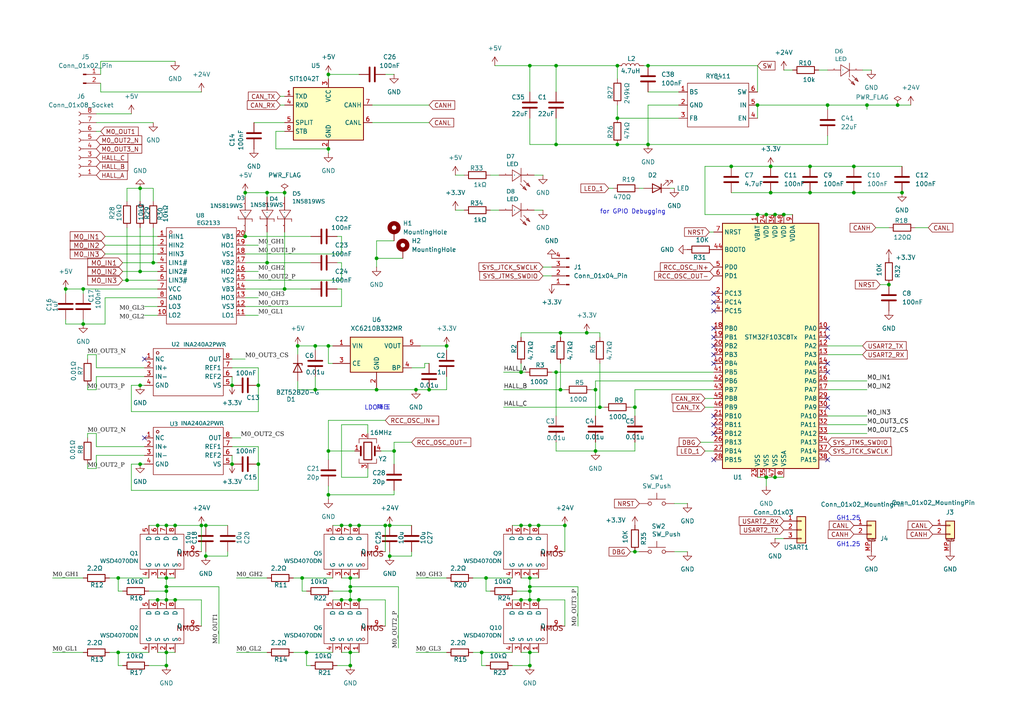
<source format=kicad_sch>
(kicad_sch (version 20231120) (generator "eeschema") (generator_version "8.0")
  (paper "A4")
  (title_block (title "Dribbler FOC Driver") (date "2025-03-30") (rev "1.0.3") (company "First Order SSL 25") (comment 1 "Designed by Jonas Z."))
  (lib_symbols
    (symbol "+3.3V_1" (power) (pin_numbers hide) (pin_names (offset 0) hide)
      (property "Value" "+3.3V" (at 0 3.556 0))
      (symbol "+3.3V_1_1_1"
        (pin power_in line (at 0 0 90) (length 0) (name "~") (number "1"))
      )
    )
    (symbol "+3.3V_2" (power) (pin_numbers hide) (pin_names (offset 0) hide)
      (property "Value" "+3.3V" (at 0 3.556 0))
      (symbol "+3.3V_2_1_1"
        (pin power_in line (at 0 0 90) (length 0) (name "~") (number "1"))
      )
    )
    (symbol "+3.3V_3" (power) (pin_numbers hide) (pin_names (offset 0) hide)
      (property "Value" "+3.3V" (at 0 3.556 0))
      (symbol "+3.3V_3_1_1"
        (pin power_in line (at 0 0 90) (length 0) (name "~") (number "1"))
      )
    )
    (symbol "+3.3V_4" (power) (pin_numbers hide) (pin_names (offset 0) hide)
      (property "Value" "+3.3V" (at 0 3.556 0))
      (symbol "+3.3V_4_1_1"
        (pin power_in line (at 0 0 90) (length 0) (name "~") (number "1"))
      )
    )
    (symbol "+3.3V_6" (power) (pin_numbers hide) (pin_names (offset 0) hide)
      (property "Value" "+3.3V" (at 0 3.556 0))
      (symbol "+3.3V_6_1_1"
        (pin power_in line (at 0 0 90) (length 0) (name "~") (number "1"))
      )
    )
    (symbol "+3.3V_7" (power) (pin_numbers hide) (pin_names (offset 0) hide)
      (property "Value" "+3.3V" (at 0 3.556 0))
      (symbol "+3.3V_7_1_1"
        (pin power_in line (at 0 0 90) (length 0) (name "~") (number "1"))
      )
    )
    (symbol "+3.3V_8" (power) (pin_numbers hide) (pin_names (offset 0) hide)
      (property "Value" "+3.3V" (at 0 3.556 0))
      (symbol "+3.3V_8_1_1"
        (pin power_in line (at 0 0 90) (length 0) (name "~") (number "1"))
      )
    )
    (symbol "Connector:Conn_01x02_Pin" (pin_names (offset 1.016) hide)
      (property "Reference" "J" (at 0 2.54 0))
      (property "Value" "Conn_01x02_Pin" (at 0 -5.08 0))
      (symbol "Conn_01x02_Pin_1_1"
        (pin passive line (at 5.08 0 180) (length 3.81) (name "Pin_1") (number "1"))
        (pin passive line (at 5.08 -2.54 180) (length 3.81) (name "Pin_2") (number "2"))
      )
    )
    (symbol "Connector:Conn_01x04_Pin" (pin_names (offset 1.016) hide)
      (property "Reference" "J" (at 0 5.08 0))
      (property "Value" "Conn_01x04_Pin" (at 0 -7.62 0))
      (symbol "Conn_01x04_Pin_1_1"
        (pin passive line (at 5.08 2.54 180) (length 3.81) (name "Pin_1") (number "1"))
        (pin passive line (at 5.08 0 180) (length 3.81) (name "Pin_2") (number "2"))
        (pin passive line (at 5.08 -2.54 180) (length 3.81) (name "Pin_3") (number "3"))
        (pin passive line (at 5.08 -5.08 180) (length 3.81) (name "Pin_4") (number "4"))
      )
    )
    (symbol "Connector:Conn_01x08_Socket" (pin_names (offset 1.016) hide)
      (property "Reference" "J" (at 0 10.16 0))
      (property "Value" "Conn_01x08_Socket" (at 0 -12.7 0))
      (symbol "Conn_01x08_Socket_1_1"
        (pin passive line (at -5.08 7.62 0) (length 3.81) (name "Pin_1") (number "1"))
        (pin passive line (at -5.08 5.08 0) (length 3.81) (name "Pin_2") (number "2"))
        (pin passive line (at -5.08 2.54 0) (length 3.81) (name "Pin_3") (number "3"))
        (pin passive line (at -5.08 0 0) (length 3.81) (name "Pin_4") (number "4"))
        (pin passive line (at -5.08 -2.54 0) (length 3.81) (name "Pin_5") (number "5"))
        (pin passive line (at -5.08 -5.08 0) (length 3.81) (name "Pin_6") (number "6"))
        (pin passive line (at -5.08 -7.62 0) (length 3.81) (name "Pin_7") (number "7"))
        (pin passive line (at -5.08 -10.16 0) (length 3.81) (name "Pin_8") (number "8"))
      )
    )
    (symbol "Connector_Generic:Conn_01x03" (pin_names (offset 1.016) hide)
      (property "Reference" "J" (at 0 5.08 0))
      (property "Value" "Conn_01x03" (at 0 -5.08 0))
      (symbol "Conn_01x03_1_1"
        (pin passive line (at -5.08 2.54 0) (length 3.81) (name "Pin_1") (number "1"))
        (pin passive line (at -5.08 0 0) (length 3.81) (name "Pin_2") (number "2"))
        (pin passive line (at -5.08 -2.54 0) (length 3.81) (name "Pin_3") (number "3"))
      )
    )
    (symbol "Connector_Generic_MountingPin:Conn_01x02_MountingPin" (pin_names (offset 1.016) hide)
      (property "Reference" "J" (at 0 2.54 0))
      (property "Value" "Conn_01x02_MountingPin" (at 1.27 -5.08 0))
      (symbol "Conn_01x02_MountingPin_1_1"
        (text "Mounting" (at 0 -4.191 0) (effects (font (size 0.381 0.381))))
        (pin passive line (at -5.08 0 0) (length 3.81) (name "Pin_1") (number "1"))
        (pin passive line (at -5.08 -2.54 0) (length 3.81) (name "Pin_2") (number "2"))
        (pin passive line (at 0 -7.62 90) (length 3.048) (name "MountPin") (number "MP"))
      )
    )
    (symbol "Converter_DCDC:RY8411"
      (property "Reference" "RY8411" (at 0.254 8.128 0))
      (symbol "RY8411_1_1"
        (pin input line (at -11.43 3.81 0) (length 2.54) (name "BS") (number "1"))
        (pin input line (at -11.43 0 0) (length 2.54) (name "GND") (number "2"))
        (pin output line (at -11.43 -3.81 0) (length 2.54) (name "FB") (number "3"))
        (pin input line (at 11.43 -3.81 180) (length 2.54) (name "EN") (number "4"))
        (pin input line (at 11.43 0 180) (length 2.54) (name "IN") (number "5"))
        (pin output line (at 11.43 3.81 180) (length 2.54) (name "SW") (number "6"))
      )
    )
    (symbol "Device:C" (pin_numbers hide) (pin_names (offset 0.254))
      (property "Reference" "C" (at 0.635 2.54 0))
      (property "Value" "C" (at 0.635 -2.54 0))
      (symbol "C_1_1"
        (pin passive line (at 0 3.81 270) (length 2.794) (name "~") (number "1"))
        (pin passive line (at 0 -3.81 90) (length 2.794) (name "~") (number "2"))
      )
    )
    (symbol "Device:Crystal_GND23" (pin_names (offset 1.016) hide)
      (property "Reference" "Y" (at 3.175 5.08 0))
      (property "Value" "Crystal_GND23" (at 3.175 3.175 0))
      (symbol "Crystal_GND23_1_1"
        (pin passive line (at -3.81 0 0) (length 1.27) (name "1") (number "1"))
        (pin passive line (at 0 5.08 270) (length 1.27) (name "2") (number "2"))
        (pin passive line (at 0 -5.08 90) (length 1.27) (name "3") (number "3"))
        (pin passive line (at 3.81 0 180) (length 1.27) (name "4") (number "4"))
      )
    )
    (symbol "Device:L" (pin_numbers hide) (pin_names (offset 1.016) hide)
      (property "Reference" "L" (at -1.27 0 90))
      (property "Value" "L" (at 1.905 0 90))
      (symbol "L_1_1"
        (pin passive line (at 0 3.81 270) (length 1.27) (name "1") (number "1"))
        (pin passive line (at 0 -3.81 90) (length 1.27) (name "2") (number "2"))
      )
    )
    (symbol "Device:LED" (pin_numbers hide) (pin_names (offset 1.016) hide)
      (property "Reference" "D" (at 0 2.54 0))
      (property "Value" "LED" (at 0 -2.54 0))
      (symbol "LED_1_1"
        (pin passive line (at -3.81 0 0) (length 2.54) (name "K") (number "1"))
        (pin passive line (at 3.81 0 180) (length 2.54) (name "A") (number "2"))
      )
    )
    (symbol "Device:R" (pin_numbers hide) (pin_names (offset 0))
      (property "Reference" "R" (at 2.032 0 90))
      (property "Value" "R" (at 0 0 90))
      (symbol "R_1_1"
        (pin passive line (at 0 3.81 270) (length 1.27) (name "~") (number "1"))
        (pin passive line (at 0 -3.81 90) (length 1.27) (name "~") (number "2"))
      )
    )
    (symbol "Diode:BZT52Bxx" (pin_numbers hide) (pin_names hide)
      (property "Reference" "D" (at 0 2.54 0))
      (property "Value" "BZT52Bxx" (at 0 -2.54 0))
      (symbol "BZT52Bxx_1_1"
        (pin passive line (at -3.81 0 0) (length 2.54) (name "K") (number "1"))
        (pin passive line (at 3.81 0 180) (length 2.54) (name "A") (number "2"))
      )
    )
    (symbol "GND_1" (power) (pin_numbers hide) (pin_names (offset 0) hide)
      (property "Value" "GND" (at 0 -3.81 0))
      (symbol "GND_1_1_1"
        (pin power_in line (at 0 0 270) (length 0) (name "~") (number "1"))
      )
    )
    (symbol "GND_10" (power) (pin_numbers hide) (pin_names (offset 0) hide)
      (property "Value" "GND" (at 0 -3.81 0))
      (symbol "GND_10_1_1"
        (pin power_in line (at 0 0 270) (length 0) (name "~") (number "1"))
      )
    )
    (symbol "GND_11" (power) (pin_numbers hide) (pin_names (offset 0) hide)
      (property "Value" "GND" (at 0 -3.81 0))
      (symbol "GND_11_1_1"
        (pin power_in line (at 0 0 270) (length 0) (name "~") (number "1"))
      )
    )
    (symbol "GND_12" (power) (pin_numbers hide) (pin_names (offset 0) hide)
      (property "Value" "GND" (at 0 -3.81 0))
      (symbol "GND_12_1_1"
        (pin power_in line (at 0 0 270) (length 0) (name "~") (number "1"))
      )
    )
    (symbol "GND_13" (power) (pin_numbers hide) (pin_names (offset 0) hide)
      (property "Value" "GND" (at 0 -3.81 0))
      (symbol "GND_13_1_1"
        (pin power_in line (at 0 0 270) (length 0) (name "~") (number "1"))
      )
    )
    (symbol "GND_14" (power) (pin_numbers hide) (pin_names (offset 0) hide)
      (property "Value" "GND" (at 0 -3.81 0))
      (symbol "GND_14_1_1"
        (pin power_in line (at 0 0 270) (length 0) (name "~") (number "1"))
      )
    )
    (symbol "GND_15" (power) (pin_numbers hide) (pin_names (offset 0) hide)
      (property "Value" "GND" (at 0 -3.81 0))
      (symbol "GND_15_1_1"
        (pin power_in line (at 0 0 270) (length 0) (name "~") (number "1"))
      )
    )
    (symbol "GND_16" (power) (pin_numbers hide) (pin_names (offset 0) hide)
      (property "Value" "GND" (at 0 -3.81 0))
      (symbol "GND_16_1_1"
        (pin power_in line (at 0 0 270) (length 0) (name "~") (number "1"))
      )
    )
    (symbol "GND_17" (power) (pin_numbers hide) (pin_names (offset 0) hide)
      (property "Value" "GND" (at 0 -3.81 0))
      (symbol "GND_17_1_1"
        (pin power_in line (at 0 0 270) (length 0) (name "~") (number "1"))
      )
    )
    (symbol "GND_18" (power) (pin_numbers hide) (pin_names (offset 0) hide)
      (property "Value" "GND" (at 0 -3.81 0))
      (symbol "GND_18_1_1"
        (pin power_in line (at 0 0 270) (length 0) (name "~") (number "1"))
      )
    )
    (symbol "GND_19" (power) (pin_numbers hide) (pin_names (offset 0) hide)
      (property "Value" "GND" (at 0 -3.81 0))
      (symbol "GND_19_1_1"
        (pin power_in line (at 0 0 270) (length 0) (name "~") (number "1"))
      )
    )
    (symbol "GND_2" (power) (pin_numbers hide) (pin_names (offset 0) hide)
      (property "Value" "GND" (at 0 -3.81 0))
      (symbol "GND_2_1_1"
        (pin power_in line (at 0 0 270) (length 0) (name "~") (number "1"))
      )
    )
    (symbol "GND_20" (power) (pin_numbers hide) (pin_names (offset 0) hide)
      (property "Value" "GND" (at 0 -3.81 0))
      (symbol "GND_20_1_1"
        (pin power_in line (at 0 0 270) (length 0) (name "~") (number "1"))
      )
    )
    (symbol "GND_22" (power) (pin_numbers hide) (pin_names (offset 0) hide)
      (property "Value" "GND" (at 0 -3.81 0))
      (symbol "GND_22_1_1"
        (pin power_in line (at 0 0 270) (length 0) (name "~") (number "1"))
      )
    )
    (symbol "GND_23" (power) (pin_numbers hide) (pin_names (offset 0) hide)
      (property "Value" "GND" (at 0 -3.81 0))
      (symbol "GND_23_1_1"
        (pin power_in line (at 0 0 270) (length 0) (name "~") (number "1"))
      )
    )
    (symbol "GND_24" (power) (pin_numbers hide) (pin_names (offset 0) hide)
      (property "Value" "GND" (at 0 -3.81 0))
      (symbol "GND_24_1_1"
        (pin power_in line (at 0 0 270) (length 0) (name "~") (number "1"))
      )
    )
    (symbol "GND_25" (power) (pin_numbers hide) (pin_names (offset 0) hide)
      (property "Value" "GND" (at 0 -3.81 0))
      (symbol "GND_25_1_1"
        (pin power_in line (at 0 0 270) (length 0) (name "~") (number "1"))
      )
    )
    (symbol "GND_26" (power) (pin_numbers hide) (pin_names (offset 0) hide)
      (property "Value" "GND" (at 0 -3.81 0))
      (symbol "GND_26_1_1"
        (pin power_in line (at 0 0 270) (length 0) (name "~") (number "1"))
      )
    )
    (symbol "GND_27" (power) (pin_numbers hide) (pin_names (offset 0) hide)
      (property "Value" "GND" (at 0 -3.81 0))
      (symbol "GND_27_1_1"
        (pin power_in line (at 0 0 270) (length 0) (name "~") (number "1"))
      )
    )
    (symbol "GND_28" (power) (pin_numbers hide) (pin_names (offset 0) hide)
      (property "Value" "GND" (at 0 -3.81 0))
      (symbol "GND_28_1_1"
        (pin power_in line (at 0 0 270) (length 0) (name "~") (number "1"))
      )
    )
    (symbol "GND_29" (power) (pin_numbers hide) (pin_names (offset 0) hide)
      (property "Value" "GND" (at 0 -3.81 0))
      (symbol "GND_29_1_1"
        (pin power_in line (at 0 0 270) (length 0) (name "~") (number "1"))
      )
    )
    (symbol "GND_3" (power) (pin_numbers hide) (pin_names (offset 0) hide)
      (property "Value" "GND" (at 0 -3.81 0))
      (symbol "GND_3_1_1"
        (pin power_in line (at 0 0 270) (length 0) (name "~") (number "1"))
      )
    )
    (symbol "GND_30" (power) (pin_numbers hide) (pin_names (offset 0) hide)
      (property "Value" "GND" (at 0 -3.81 0))
      (symbol "GND_30_1_1"
        (pin power_in line (at 0 0 270) (length 0) (name "~") (number "1"))
      )
    )
    (symbol "GND_4" (power) (pin_numbers hide) (pin_names (offset 0) hide)
      (property "Value" "GND" (at 0 -3.81 0))
      (symbol "GND_4_1_1"
        (pin power_in line (at 0 0 270) (length 0) (name "~") (number "1"))
      )
    )
    (symbol "GND_6" (power) (pin_numbers hide) (pin_names (offset 0) hide)
      (property "Value" "GND" (at 0 -3.81 0))
      (symbol "GND_6_1_1"
        (pin power_in line (at 0 0 270) (length 0) (name "~") (number "1"))
      )
    )
    (symbol "GND_7" (power) (pin_numbers hide) (pin_names (offset 0) hide)
      (property "Value" "GND" (at 0 -3.81 0))
      (symbol "GND_7_1_1"
        (pin power_in line (at 0 0 270) (length 0) (name "~") (number "1"))
      )
    )
    (symbol "GND_8" (power) (pin_numbers hide) (pin_names (offset 0) hide)
      (property "Value" "GND" (at 0 -3.81 0))
      (symbol "GND_8_1_1"
        (pin power_in line (at 0 0 270) (length 0) (name "~") (number "1"))
      )
    )
    (symbol "GND_9" (power) (pin_numbers hide) (pin_names (offset 0) hide)
      (property "Value" "GND" (at 0 -3.81 0))
      (symbol "GND_9_1_1"
        (pin power_in line (at 0 0 270) (length 0) (name "~") (number "1"))
      )
    )
    (symbol "Interface_CAN_LIN:TCAN334"
      (property "Reference" "U4" (at -5.08 13.97 0))
      (property "Value" "SIT3051ESA" (at -13.97 11.43 0))
      (symbol "TCAN334_1_1"
        (pin input line (at -12.7 5.08 0) (length 2.54) (name "TXD") (number "1"))
        (pin power_in line (at 0 -10.16 90) (length 2.54) (name "GND") (number "2"))
        (pin power_in line (at 0 10.16 270) (length 2.54) (name "VCC") (number "3"))
        (pin tri_state line (at -12.7 2.54 0) (length 2.54) (name "RXD") (number "4"))
        (pin input line (at -12.7 -2.54 0) (length 2.54) (name "SPLIT") (number "5"))
        (pin bidirectional line (at 12.7 -2.54 180) (length 2.54) (name "CANL") (number "6"))
        (pin bidirectional line (at 12.7 2.54 180) (length 2.54) (name "CANH") (number "7"))
        (pin input line (at -12.7 -5.08 0) (length 2.54) (name "STB") (number "8"))
      )
    )
    (symbol "MCU_ST_STM32F1:STM32F103C8Tx"
      (property "Reference" "U" (at -15.24 36.83 0))
      (property "Value" "STM32F103C8Tx" (at 7.62 36.83 0))
      (symbol "STM32F103C8Tx_1_1"
        (pin power_in line (at -5.08 38.1 270) (length 2.54) (name "VBAT") (number "1"))
        (pin bidirectional line (at 15.24 5.08 180) (length 2.54) (name "PA0") (number "10"))
        (pin bidirectional line (at 15.24 2.54 180) (length 2.54) (name "PA1") (number "11"))
        (pin bidirectional line (at 15.24 0 180) (length 2.54) (name "PA2") (number "12"))
        (pin bidirectional line (at 15.24 -2.54 180) (length 2.54) (name "PA3") (number "13"))
        (pin bidirectional line (at 15.24 -5.08 180) (length 2.54) (name "PA4") (number "14"))
        (pin bidirectional line (at 15.24 -7.62 180) (length 2.54) (name "PA5") (number "15"))
        (pin bidirectional line (at 15.24 -10.16 180) (length 2.54) (name "PA6") (number "16"))
        (pin bidirectional line (at 15.24 -12.7 180) (length 2.54) (name "PA7") (number "17"))
        (pin bidirectional line (at -17.78 5.08 0) (length 2.54) (name "PB0") (number "18"))
        (pin bidirectional line (at -17.78 2.54 0) (length 2.54) (name "PB1") (number "19"))
        (pin bidirectional line (at -17.78 15.24 0) (length 2.54) (name "PC13") (number "2"))
        (pin bidirectional line (at -17.78 0 0) (length 2.54) (name "PB2") (number "20"))
        (pin bidirectional line (at -17.78 -20.32 0) (length 2.54) (name "PB10") (number "21"))
        (pin bidirectional line (at -17.78 -22.86 0) (length 2.54) (name "PB11") (number "22"))
        (pin power_in line (at -5.08 -38.1 90) (length 2.54) (name "VSS") (number "23"))
        (pin power_in line (at -2.54 38.1 270) (length 2.54) (name "VDD") (number "24"))
        (pin bidirectional line (at -17.78 -25.4 0) (length 2.54) (name "PB12") (number "25"))
        (pin bidirectional line (at -17.78 -27.94 0) (length 2.54) (name "PB13") (number "26"))
        (pin bidirectional line (at -17.78 -30.48 0) (length 2.54) (name "PB14") (number "27"))
        (pin bidirectional line (at -17.78 -33.02 0) (length 2.54) (name "PB15") (number "28"))
        (pin bidirectional line (at 15.24 -15.24 180) (length 2.54) (name "PA8") (number "29"))
        (pin bidirectional line (at -17.78 12.7 0) (length 2.54) (name "PC14") (number "3"))
        (pin bidirectional line (at 15.24 -17.78 180) (length 2.54) (name "PA9") (number "30"))
        (pin bidirectional line (at 15.24 -20.32 180) (length 2.54) (name "PA10") (number "31"))
        (pin bidirectional line (at 15.24 -22.86 180) (length 2.54) (name "PA11") (number "32"))
        (pin bidirectional line (at 15.24 -25.4 180) (length 2.54) (name "PA12") (number "33"))
        (pin bidirectional line (at 15.24 -27.94 180) (length 2.54) (name "PA13") (number "34"))
        (pin power_in line (at -2.54 -38.1 90) (length 2.54) (name "VSS") (number "35"))
        (pin power_in line (at 0 38.1 270) (length 2.54) (name "VDD") (number "36"))
        (pin bidirectional line (at 15.24 -30.48 180) (length 2.54) (name "PA14") (number "37"))
        (pin bidirectional line (at 15.24 -33.02 180) (length 2.54) (name "PA15") (number "38"))
        (pin bidirectional line (at -17.78 -2.54 0) (length 2.54) (name "PB3") (number "39"))
        (pin bidirectional line (at -17.78 10.16 0) (length 2.54) (name "PC15") (number "4"))
        (pin bidirectional line (at -17.78 -5.08 0) (length 2.54) (name "PB4") (number "40"))
        (pin bidirectional line (at -17.78 -7.62 0) (length 2.54) (name "PB5") (number "41"))
        (pin bidirectional line (at -17.78 -10.16 0) (length 2.54) (name "PB6") (number "42"))
        (pin bidirectional line (at -17.78 -12.7 0) (length 2.54) (name "PB7") (number "43"))
        (pin input line (at -17.78 27.94 0) (length 2.54) (name "BOOT0") (number "44"))
        (pin bidirectional line (at -17.78 -15.24 0) (length 2.54) (name "PB8") (number "45"))
        (pin bidirectional line (at -17.78 -17.78 0) (length 2.54) (name "PB9") (number "46"))
        (pin power_in line (at 0 -38.1 90) (length 2.54) (name "VSS") (number "47"))
        (pin power_in line (at 2.54 38.1 270) (length 2.54) (name "VDD") (number "48"))
        (pin input line (at -17.78 22.86 0) (length 2.54) (name "PD0") (number "5"))
        (pin input line (at -17.78 20.32 0) (length 2.54) (name "PD1") (number "6"))
        (pin input line (at -17.78 33.02 0) (length 2.54) (name "NRST") (number "7"))
        (pin power_in line (at 2.54 -38.1 90) (length 2.54) (name "VSSA") (number "8"))
        (pin power_in line (at 5.08 38.1 270) (length 2.54) (name "VDDA") (number "9"))
      )
    )
    (symbol "Mechanical:MountingHole_Pad" (pin_numbers hide) (pin_names (offset 1.016) hide) (exclude_from_sim yes) (in_bom no)
      (property "Reference" "H" (at 0 6.35 0))
      (property "Value" "MountingHole_Pad" (at 0 4.445 0))
      (symbol "MountingHole_Pad_1_1"
        (pin input line (at 0 -2.54 90) (length 2.54) (name "1") (number "1"))
      )
    )
    (symbol "Regulator_Linear:XC6210B332MR"
      (property "Reference" "U6" (at 0 10.16 0))
      (property "Value" "XC6210B332MR" (at 0 7.62 0))
      (symbol "XC6210B332MR_1_1"
        (pin power_in line (at -12.7 2.54 0) (length 5.08) (name "VIN") (number "1"))
        (pin power_in line (at 0 -10.16 90) (length 5.08) (name "GND") (number "2"))
        (pin input line (at -12.7 -2.54 0) (length 5.08) (name "CE") (number "3"))
        (pin input line (at 10.16 -3.81 180) (length 2.54) (name "BP") (number "4"))
        (pin power_out line (at 12.7 2.54 180) (length 5.08) (name "VOUT") (number "5"))
      )
    )
    (symbol "SCH_DengFO-easyedapro:17-21SUYC/TR8"
      (property "Reference" "LED" (at 0 0 0))
      (symbol "17-21SUYC/TR8_1_0"
        (pin input line (at -5.08 0 0) (length 3.81) (name "-") (number "1"))
        (pin input line (at 5.08 0 180) (length 3.81) (name "+") (number "2"))
      )
    )
    (symbol "SCH_DengFO-easyedapro:1N5819WS"
      (property "Reference" "D" (at 0 0 0))
      (symbol "1N5819WS_1_0"
        (pin input line (at -5.08 0 0) (length 3.81) (name "C") (number "1"))
        (pin input line (at 5.08 0 180) (length 3.81) (name "A") (number "2"))
      )
    )
    (symbol "SCH_DengFO-easyedapro:EG2133"
      (property "Reference" "U" (at 0 0 0))
      (symbol "EG2133_1_0"
        (pin input line (at -12.7 11.43 0) (length 2.54) (name "HIN1") (number "1"))
        (pin input line (at -12.7 -11.43 0) (length 2.54) (name "LO2") (number "10"))
        (pin input line (at 12.7 -11.43 180) (length 2.54) (name "LO1") (number "11"))
        (pin input line (at 12.7 -8.89 180) (length 2.54) (name "VS3") (number "12"))
        (pin input line (at 12.7 -6.35 180) (length 2.54) (name "HO3") (number "13"))
        (pin input line (at 12.7 -3.81 180) (length 2.54) (name "VB3") (number "14"))
        (pin input line (at 12.7 -1.27 180) (length 2.54) (name "VS2") (number "15"))
        (pin input line (at 12.7 1.27 180) (length 2.54) (name "HO2") (number "16"))
        (pin input line (at 12.7 3.81 180) (length 2.54) (name "VB2") (number "17"))
        (pin input line (at 12.7 6.35 180) (length 2.54) (name "VS1") (number "18"))
        (pin input line (at 12.7 8.89 180) (length 2.54) (name "HO1") (number "19"))
        (pin input line (at -12.7 8.89 0) (length 2.54) (name "HIN2") (number "2"))
        (pin input line (at 12.7 11.43 180) (length 2.54) (name "VB1") (number "20"))
        (pin input line (at -12.7 6.35 0) (length 2.54) (name "HIN3") (number "3"))
        (pin input line (at -12.7 3.81 0) (length 2.54) (name "LIN1#") (number "4"))
        (pin input line (at -12.7 1.27 0) (length 2.54) (name "LIN2#") (number "5"))
        (pin input line (at -12.7 -1.27 0) (length 2.54) (name "LIN3#") (number "6"))
        (pin input line (at -12.7 -3.81 0) (length 2.54) (name "VCC") (number "7"))
        (pin input line (at -12.7 -6.35 0) (length 2.54) (name "GND") (number "8"))
        (pin input line (at -12.7 -8.89 0) (length 2.54) (name "LO3") (number "9"))
      )
    )
    (symbol "SCH_DengFO-easyedapro:INA240A2PWR"
      (property "Reference" "U" (at 0 0 0))
      (symbol "INA240A2PWR_1_0"
        (pin input line (at -12.7 3.81 0) (length 2.54) (name "NC") (number "1"))
        (pin input line (at -12.7 1.27 0) (length 2.54) (name "IN+") (number "2"))
        (pin input line (at -12.7 -1.27 0) (length 2.54) (name "IN-") (number "3"))
        (pin input line (at -12.7 -3.81 0) (length 2.54) (name "GND") (number "4"))
        (pin input line (at 12.7 -3.81 180) (length 2.54) (name "VS") (number "5"))
        (pin input line (at 12.7 -1.27 180) (length 2.54) (name "REF2") (number "6"))
        (pin input line (at 12.7 1.27 180) (length 2.54) (name "REF1") (number "7"))
        (pin input line (at 12.7 3.81 180) (length 2.54) (name "OUT") (number "8"))
      )
    )
    (symbol "SCH_DengFO-easyedapro:WSD4070DN"
      (property "Reference" "Q" (at 0 0 0))
      (symbol "WSD4070DN_1_0"
        (text "NMOS" (at -1.6256 -2.9718 2700) (effects (font (size 1.5748 1.5748)) (justify right bottom)))
        (pin input line (at -7.62 -2.54 0) (length 2.54) (name "S") (number "1"))
        (pin input line (at -7.62 0 0) (length 2.54) (name "S") (number "2"))
        (pin input line (at -7.62 2.54 0) (length 2.54) (name "S") (number "3"))
        (pin input line (at -7.62 5.08 0) (length 2.54) (name "G") (number "4"))
        (pin input line (at 7.62 5.08 180) (length 2.54) (name "D") (number "5"))
        (pin input line (at 7.62 2.54 180) (length 2.54) (name "D") (number "6"))
        (pin input line (at 7.62 0 180) (length 2.54) (name "D") (number "7"))
        (pin input line (at 7.62 -2.54 180) (length 2.54) (name "D") (number "8"))
        (pin input line (at 0 -10.16 90) (length 5.08) (name "D") (number "9"))
      )
    )
    (symbol "Switch:SW_Push" (pin_numbers hide) (pin_names (offset 1.016) hide)
      (property "Reference" "SW" (at 1.27 2.54 0))
      (property "Value" "SW_Push" (at 0 -1.524 0))
      (symbol "SW_Push_0_1"
        (pin passive line (at -5.08 0 0) (length 2.54) (name "1") (number "1"))
        (pin passive line (at 5.08 0 180) (length 2.54) (name "2") (number "2"))
      )
    )
    (symbol "power:+24V" (power) (pin_numbers hide) (pin_names (offset 0) hide)
      (property "Value" "+24V" (at 0 3.556 0))
      (symbol "+24V_1_1"
        (pin power_in line (at 0 0 90) (length 0) (name "~") (number "1"))
      )
    )
    (symbol "power:+5V" (power) (pin_numbers hide) (pin_names (offset 0) hide)
      (property "Value" "+5V" (at 0 3.556 0))
      (symbol "+5V_1_1"
        (pin power_in line (at 0 0 90) (length 0) (name "~") (number "1"))
      )
    )
    (symbol "power:GND" (power) (pin_numbers hide) (pin_names (offset 0) hide)
      (property "Value" "GND" (at 0 -3.81 0))
      (symbol "GND_1_1"
        (pin power_in line (at 0 0 270) (length 0) (name "~") (number "1"))
      )
    )
    (symbol "power:PWR_FLAG" (power) (pin_numbers hide) (pin_names (offset 0) hide)
      (property "Value" "PWR_FLAG" (at 0 3.81 0))
      (symbol "PWR_FLAG_0_0"
        (pin power_out line (at 0 0 90) (length 0) (name "~") (number "1"))
      )
    )
  )
  (junction (at 219.71 30.48))
  (junction (at 153.67 193.04))
  (junction (at 219.71 62.23))
  (junction (at 179.07 41.91))
  (junction (at 179.07 34.29))
  (junction (at 172.72 130.81))
  (junction (at 224.79 62.23))
  (junction (at 153.67 152.4))
  (junction (at 48.26 171.45))
  (junction (at 91.44 100.33))
  (junction (at 153.67 19.05))
  (junction (at 163.83 152.4))
  (junction (at 261.62 55.88))
  (junction (at 104.14 152.4))
  (junction (at 34.29 189.23))
  (junction (at 48.26 170.18))
  (junction (at 153.67 170.18))
  (junction (at 173.99 118.11))
  (junction (at 95.25 143.51))
  (junction (at 45.72 152.4))
  (junction (at 48.26 152.4))
  (junction (at 184.15 160.02))
  (junction (at 44.45 76.2))
  (junction (at 101.6 189.23))
  (junction (at 139.7 189.23))
  (junction (at 48.26 193.04))
  (junction (at 113.03 161.29))
  (junction (at 227.33 62.23))
  (junction (at 95.25 21.59))
  (junction (at 40.64 54.61))
  (junction (at 74.93 111.76))
  (junction (at 86.36 100.33))
  (junction (at 179.07 19.05))
  (junction (at 104.14 173.99))
  (junction (at 95.25 100.33))
  (junction (at 82.55 83.82))
  (junction (at 58.42 152.4))
  (junction (at 223.52 55.88))
  (junction (at 161.29 19.05))
  (junction (at 67.31 134.62))
  (junction (at 234.95 55.88))
  (junction (at 50.8 173.99))
  (junction (at 247.65 55.88))
  (junction (at 34.29 167.64))
  (junction (at 162.56 113.03))
  (junction (at 156.21 152.4))
  (junction (at 172.72 113.03))
  (junction (at 129.54 100.33))
  (junction (at 88.9 189.23))
  (junction (at 114.3 130.81))
  (junction (at 59.69 161.29))
  (junction (at 50.8 152.4))
  (junction (at 124.46 113.03))
  (junction (at 99.06 173.99))
  (junction (at 247.65 48.26))
  (junction (at 120.65 113.03))
  (junction (at 187.96 41.91))
  (junction (at 48.26 189.23))
  (junction (at 45.72 173.99))
  (junction (at 234.95 48.26))
  (junction (at 161.29 41.91))
  (junction (at 240.03 30.48))
  (junction (at 222.25 62.23))
  (junction (at 151.13 107.95))
  (junction (at 187.96 19.05))
  (junction (at 101.6 173.99))
  (junction (at 91.44 113.03))
  (junction (at 153.67 171.45))
  (junction (at 151.13 152.4))
  (junction (at 99.06 152.4))
  (junction (at 74.93 134.62))
  (junction (at 77.47 55.88))
  (junction (at 40.64 111.76))
  (junction (at 48.26 173.99))
  (junction (at 59.69 152.4))
  (junction (at 95.25 130.81))
  (junction (at 109.22 74.93))
  (junction (at 71.12 55.88))
  (junction (at 153.67 189.23))
  (junction (at 224.79 138.43))
  (junction (at 170.18 96.52))
  (junction (at 87.63 167.64))
  (junction (at 40.64 134.62))
  (junction (at 151.13 173.99))
  (junction (at 153.67 173.99))
  (junction (at 140.97 167.64))
  (junction (at 82.55 55.88))
  (junction (at 161.29 107.95))
  (junction (at 101.6 167.64))
  (junction (at 101.6 171.45))
  (junction (at 223.52 48.26))
  (junction (at 156.21 173.99))
  (junction (at 109.22 113.03))
  (junction (at 113.03 152.4))
  (junction (at 101.6 170.18))
  (junction (at 257.81 82.55))
  (junction (at 40.64 78.74))
  (junction (at 222.25 138.43))
  (junction (at 184.15 118.11))
  (junction (at 19.05 83.82))
  (junction (at 24.13 83.82))
  (junction (at 77.47 76.2))
  (junction (at 48.26 167.64))
  (junction (at 101.6 193.04))
  (junction (at 36.83 81.28))
  (junction (at 260.35 30.48))
  (junction (at 251.46 30.48))
  (junction (at 212.09 48.26))
  (junction (at 153.67 167.64))
  (junction (at 162.56 96.52))
  (junction (at 67.31 111.76))
  (junction (at 71.12 68.58))
  (junction (at 101.6 152.4))
  (junction (at 24.13 93.98))
  (junction (at 95.25 43.18))
  (junction (at 111.76 152.4))
  (no_connect (at 240.03 97.79))
  (no_connect (at 240.03 133.35))
  (no_connect (at 41.91 127))
  (no_connect (at 207.01 105.41))
  (no_connect (at 207.01 97.79))
  (no_connect (at 240.03 107.95))
  (no_connect (at 41.91 104.14))
  (no_connect (at 207.01 102.87))
  (no_connect (at 240.03 115.57))
  (no_connect (at 207.01 85.09))
  (no_connect (at 207.01 100.33))
  (no_connect (at 207.01 90.17))
  (no_connect (at 240.03 118.11))
  (no_connect (at 207.01 87.63))
  (no_connect (at 207.01 125.73))
  (no_connect (at 207.01 120.65))
  (no_connect (at 240.03 95.25))
  (no_connect (at 207.01 133.35))
  (no_connect (at 207.01 123.19))
  (no_connect (at 207.01 95.25))
  (no_connect (at 240.03 105.41))
  (wire (pts (xy 24.13 92.71) (xy 24.13 93.98)))
  (wire (pts (xy 179.07 22.86) (xy 179.07 19.05)))
  (wire (pts (xy 99.06 76.2) (xy 97.79 76.2)))
  (wire (pts (xy 153.67 171.45) (xy 153.67 173.99)))
  (wire (pts (xy 109.22 74.93) (xy 109.22 77.47)))
  (wire (pts (xy 172.72 128.27) (xy 172.72 130.81)))
  (wire (pts (xy 184.15 113.03) (xy 207.01 113.03)))
  (wire (pts (xy 151.13 96.52) (xy 162.56 96.52)))
  (wire (pts (xy 182.88 160.02) (xy 184.15 160.02)))
  (wire (pts (xy 99.06 173.99) (xy 96.52 173.99)))
  (wire (pts (xy 86.36 110.49) (xy 86.36 113.03)))
  (wire (pts (xy 156.21 173.99) (xy 163.83 173.99)))
  (wire (pts (xy 162.56 96.52) (xy 162.56 97.79)))
  (wire (pts (xy 153.67 170.18) (xy 153.67 167.64)))
  (wire (pts (xy 132.08 50.8) (xy 134.62 50.8)))
  (wire (pts (xy 35.56 81.28) (xy 36.83 81.28)))
  (wire (pts (xy 153.67 26.67) (xy 153.67 19.05)))
  (wire (pts (xy 87.63 171.45) (xy 88.9 171.45)))
  (wire (pts (xy 48.26 189.23) (xy 45.72 189.23)))
  (wire (pts (xy 19.05 85.09) (xy 19.05 83.82)))
  (wire (pts (xy 95.25 100.33) (xy 95.25 105.41)))
  (wire (pts (xy 68.58 189.23) (xy 77.47 189.23)))
  (wire (pts (xy 137.16 189.23) (xy 139.7 189.23)))
  (wire (pts (xy 205.74 67.31) (xy 207.01 67.31)))
  (wire (pts (xy 162.56 105.41) (xy 162.56 113.03)))
  (wire (pts (xy 120.65 113.03) (xy 124.46 113.03)))
  (wire (pts (xy 204.47 118.11) (xy 207.01 118.11)))
  (wire (pts (xy 95.25 130.81) (xy 95.25 133.35)))
  (wire (pts (xy 97.79 83.82) (xy 99.06 83.82)))
  (wire (pts (xy 111.76 121.92) (xy 95.25 121.92)))
  (wire (pts (xy 187.96 41.91) (xy 240.03 41.91)))
  (wire (pts (xy 187.96 30.48) (xy 187.96 41.91)))
  (wire (pts (xy 142.24 60.96) (xy 144.78 60.96)))
  (wire (pts (xy 146.05 107.95) (xy 151.13 107.95)))
  (wire (pts (xy 151.13 105.41) (xy 151.13 107.95)))
  (wire (pts (xy 66.04 161.29) (xy 66.04 160.02)))
  (wire (pts (xy 227.33 20.32) (xy 229.87 20.32)))
  (wire (pts (xy 38.1 134.62) (xy 38.1 142.24)))
  (wire (pts (xy 151.13 107.95) (xy 152.4 107.95)))
  (wire (pts (xy 240.03 120.65) (xy 251.46 120.65)))
  (wire (pts (xy 74.93 129.54) (xy 67.31 129.54)))
  (wire (pts (xy 106.68 123.19) (xy 99.06 123.19)))
  (wire (pts (xy 173.99 118.11) (xy 175.26 118.11)))
  (wire (pts (xy 160.02 77.47) (xy 157.48 77.47)))
  (wire (pts (xy 119.38 152.4) (xy 113.03 152.4)))
  (wire (pts (xy 43.18 171.45) (xy 48.26 171.45)))
  (wire (pts (xy 34.29 167.64) (xy 43.18 167.64)))
  (wire (pts (xy 40.64 111.76) (xy 41.91 111.76)))
  (wire (pts (xy 71.12 73.66) (xy 99.06 73.66)))
  (wire (pts (xy 38.1 33.02) (xy 27.94 33.02)))
  (wire (pts (xy 63.5 170.18) (xy 48.26 170.18)))
  (wire (pts (xy 240.03 113.03) (xy 251.46 113.03)))
  (wire (pts (xy 148.59 193.04) (xy 153.67 193.04)))
  (wire (pts (xy 82.55 55.88) (xy 77.47 55.88)))
  (wire (pts (xy 204.47 62.23) (xy 204.47 48.26)))
  (wire (pts (xy 15.24 189.23) (xy 24.13 189.23)))
  (wire (pts (xy 80.01 43.18) (xy 95.25 43.18)))
  (wire (pts (xy 109.22 74.93) (xy 116.84 74.93)))
  (wire (pts (xy 85.09 189.23) (xy 88.9 189.23)))
  (wire (pts (xy 29.21 24.13) (xy 29.21 26.67)))
  (wire (pts (xy 40.64 78.74) (xy 45.72 78.74)))
  (wire (pts (xy 101.6 167.64) (xy 101.6 170.18)))
  (wire (pts (xy 97.79 193.04) (xy 101.6 193.04)))
  (wire (pts (xy 251.46 30.48) (xy 260.35 30.48)))
  (wire (pts (xy 172.72 130.81) (xy 184.15 130.81)))
  (wire (pts (xy 172.72 113.03) (xy 171.45 113.03)))
  (wire (pts (xy 87.63 167.64) (xy 96.52 167.64)))
  (wire (pts (xy 154.94 50.8) (xy 157.48 50.8)))
  (wire (pts (xy 50.8 173.99) (xy 48.26 173.99)))
  (wire (pts (xy 44.45 76.2) (xy 45.72 76.2)))
  (wire (pts (xy 185.42 54.61) (xy 186.69 54.61)))
  (wire (pts (xy 176.53 54.61) (xy 177.8 54.61)))
  (wire (pts (xy 140.97 171.45) (xy 140.97 167.64)))
  (wire (pts (xy 161.29 107.95) (xy 207.01 107.95)))
  (wire (pts (xy 224.79 156.21) (xy 227.33 156.21)))
  (wire (pts (xy 50.8 152.4) (xy 48.26 152.4)))
  (wire (pts (xy 99.06 68.58) (xy 99.06 73.66)))
  (wire (pts (xy 59.69 152.4) (xy 58.42 152.4)))
  (wire (pts (xy 153.67 170.18) (xy 167.64 170.18)))
  (wire (pts (xy 91.44 109.22) (xy 91.44 113.03)))
  (wire (pts (xy 115.57 170.18) (xy 115.57 187.96)))
  (wire (pts (xy 90.17 83.82) (xy 82.55 83.82)))
  (wire (pts (xy 107.95 30.48) (xy 124.46 30.48)))
  (wire (pts (xy 172.72 110.49) (xy 172.72 113.03)))
  (wire (pts (xy 114.3 130.81) (xy 114.3 128.27)))
  (wire (pts (xy 25.4 113.03) (xy 27.94 113.03)))
  (wire (pts (xy 95.25 21.59) (xy 104.14 21.59)))
  (wire (pts (xy 74.93 106.68) (xy 67.31 106.68)))
  (wire (pts (xy 71.12 67.31) (xy 71.12 68.58)))
  (wire (pts (xy 186.69 19.05) (xy 187.96 19.05)))
  (wire (pts (xy 153.67 41.91) (xy 161.29 41.91)))
  (wire (pts (xy 30.48 68.58) (xy 45.72 68.58)))
  (wire (pts (xy 34.29 193.04) (xy 35.56 193.04)))
  (wire (pts (xy 204.47 130.81) (xy 207.01 130.81)))
  (wire (pts (xy 30.48 73.66) (xy 45.72 73.66)))
  (wire (pts (xy 160.02 107.95) (xy 161.29 107.95)))
  (wire (pts (xy 114.3 69.85) (xy 109.22 69.85)))
  (wire (pts (xy 219.71 26.67) (xy 219.71 19.05)))
  (wire (pts (xy 27.94 132.08) (xy 41.91 132.08)))
  (wire (pts (xy 25.4 125.73) (xy 27.94 125.73)))
  (wire (pts (xy 111.76 152.4) (xy 104.14 152.4)))
  (wire (pts (xy 69.85 127) (xy 67.31 127)))
  (wire (pts (xy 204.47 115.57) (xy 207.01 115.57)))
  (wire (pts (xy 25.4 102.87) (xy 25.4 104.14)))
  (wire (pts (xy 114.3 130.81) (xy 114.3 134.62)))
  (wire (pts (xy 77.47 55.88) (xy 71.12 55.88)))
  (wire (pts (xy 161.29 19.05) (xy 161.29 26.67)))
  (wire (pts (xy 151.13 97.79) (xy 151.13 96.52)))
  (wire (pts (xy 29.21 26.67) (xy 58.42 26.67)))
  (wire (pts (xy 95.25 100.33) (xy 96.52 100.33)))
  (wire (pts (xy 19.05 83.82) (xy 24.13 83.82)))
  (wire (pts (xy 71.12 88.9) (xy 99.06 88.9)))
  (wire (pts (xy 107.95 35.56) (xy 124.46 35.56)))
  (wire (pts (xy 27.94 113.03) (xy 27.94 109.22)))
  (wire (pts (xy 172.72 113.03) (xy 172.72 120.65)))
  (wire (pts (xy 161.29 130.81) (xy 172.72 130.81)))
  (wire (pts (xy 29.21 17.78) (xy 50.8 17.78)))
  (wire (pts (xy 146.05 113.03) (xy 162.56 113.03)))
  (wire (pts (xy 142.24 50.8) (xy 144.78 50.8)))
  (wire (pts (xy 30.48 93.98) (xy 30.48 86.36)))
  (wire (pts (xy 161.29 34.29) (xy 161.29 41.91)))
  (wire (pts (xy 77.47 76.2) (xy 71.12 76.2)))
  (wire (pts (xy 222.25 138.43) (xy 224.79 138.43)))
  (wire (pts (xy 73.66 35.56) (xy 82.55 35.56)))
  (wire (pts (xy 182.88 118.11) (xy 184.15 118.11)))
  (wire (pts (xy 113.03 161.29) (xy 113.03 160.02)))
  (wire (pts (xy 173.99 96.52) (xy 173.99 97.79)))
  (wire (pts (xy 48.26 189.23) (xy 48.26 193.04)))
  (wire (pts (xy 179.07 41.91) (xy 187.96 41.91)))
  (wire (pts (xy 121.92 100.33) (xy 129.54 100.33)))
  (wire (pts (xy 27.94 109.22) (xy 41.91 109.22)))
  (wire (pts (xy 257.81 82.55) (xy 255.27 82.55)))
  (wire (pts (xy 140.97 171.45) (xy 142.24 171.45)))
  (wire (pts (xy 106.68 125.73) (xy 106.68 123.19)))
  (wire (pts (xy 50.8 189.23) (xy 48.26 189.23)))
  (wire (pts (xy 148.59 152.4) (xy 151.13 152.4)))
  (wire (pts (xy 86.36 100.33) (xy 91.44 100.33)))
  (wire (pts (xy 82.55 67.31) (xy 82.55 83.82)))
  (wire (pts (xy 27.94 129.54) (xy 41.91 129.54)))
  (wire (pts (xy 222.25 140.97) (xy 222.25 138.43)))
  (wire (pts (xy 101.6 171.45) (xy 101.6 173.99)))
  (wire (pts (xy 199.39 146.05) (xy 195.58 146.05)))
  (wire (pts (xy 129.54 100.33) (xy 129.54 101.6)))
  (wire (pts (xy 114.3 21.59) (xy 111.76 21.59)))
  (wire (pts (xy 45.72 152.4) (xy 43.18 152.4)))
  (wire (pts (xy 123.19 105.41) (xy 124.46 105.41)))
  (wire (pts (xy 146.05 118.11) (xy 173.99 118.11)))
  (wire (pts (xy 101.6 167.64) (xy 99.06 167.64)))
  (wire (pts (xy 251.46 31.75) (xy 251.46 30.48)))
  (wire (pts (xy 199.39 160.02) (xy 195.58 160.02)))
  (wire (pts (xy 219.71 19.05) (xy 187.96 19.05)))
  (wire (pts (xy 170.18 96.52) (xy 173.99 96.52)))
  (wire (pts (xy 227.33 62.23) (xy 229.87 62.23)))
  (wire (pts (xy 240.03 100.33) (xy 250.19 100.33)))
  (wire (pts (xy 240.03 39.37) (xy 240.03 41.91)))
  (wire (pts (xy 184.15 128.27) (xy 184.15 130.81)))
  (wire (pts (xy 234.95 55.88) (xy 247.65 55.88)))
  (wire (pts (xy 179.07 30.48) (xy 179.07 34.29)))
  (wire (pts (xy 240.03 110.49) (xy 251.46 110.49)))
  (wire (pts (xy 30.48 86.36) (xy 45.72 86.36)))
  (wire (pts (xy 219.71 62.23) (xy 222.25 62.23)))
  (wire (pts (xy 19.05 93.98) (xy 19.05 92.71)))
  (wire (pts (xy 99.06 152.4) (xy 96.52 152.4)))
  (wire (pts (xy 96.52 171.45) (xy 101.6 171.45)))
  (wire (pts (xy 88.9 193.04) (xy 88.9 189.23)))
  (wire (pts (xy 140.97 167.64) (xy 148.59 167.64)))
  (wire (pts (xy 247.65 48.26) (xy 261.62 48.26)))
  (wire (pts (xy 240.03 102.87) (xy 250.19 102.87)))
  (wire (pts (xy 36.83 54.61) (xy 40.64 54.61)))
  (wire (pts (xy 88.9 189.23) (xy 96.52 189.23)))
  (wire (pts (xy 223.52 55.88) (xy 234.95 55.88)))
  (wire (pts (xy 71.12 81.28) (xy 99.06 81.28)))
  (wire (pts (xy 45.72 173.99) (xy 43.18 173.99)))
  (wire (pts (xy 184.15 120.65) (xy 184.15 118.11)))
  (wire (pts (xy 38.1 119.38) (xy 74.93 119.38)))
  (wire (pts (xy 120.65 167.64) (xy 129.54 167.64)))
  (wire (pts (xy 101.6 189.23) (xy 101.6 193.04)))
  (wire (pts (xy 104.14 189.23) (xy 101.6 189.23)))
  (wire (pts (xy 67.31 132.08) (xy 67.31 134.62)))
  (wire (pts (xy 35.56 78.74) (xy 40.64 78.74)))
  (wire (pts (xy 48.26 173.99) (xy 45.72 173.99)))
  (wire (pts (xy 58.42 173.99) (xy 50.8 173.99)))
  (wire (pts (xy 74.93 111.76) (xy 74.93 106.68)))
  (wire (pts (xy 129.54 109.22) (xy 129.54 113.03)))
  (wire (pts (xy 104.14 173.99) (xy 101.6 173.99)))
  (wire (pts (xy 240.03 30.48) (xy 251.46 30.48)))
  (wire (pts (xy 143.51 19.05) (xy 153.67 19.05)))
  (wire (pts (xy 99.06 138.43) (xy 106.68 138.43)))
  (wire (pts (xy 30.48 71.12) (xy 45.72 71.12)))
  (wire (pts (xy 38.1 142.24) (xy 74.93 142.24)))
  (wire (pts (xy 260.35 30.48) (xy 264.16 30.48)))
  (wire (pts (xy 120.65 189.23) (xy 129.54 189.23)))
  (wire (pts (xy 224.79 62.23) (xy 227.33 62.23)))
  (wire (pts (xy 59.69 160.02) (xy 59.69 161.29)))
  (wire (pts (xy 153.67 173.99) (xy 156.21 173.99)))
  (wire (pts (xy 67.31 104.14) (xy 71.12 104.14)))
  (wire (pts (xy 97.79 68.58) (xy 99.06 68.58)))
  (wire (pts (xy 148.59 173.99) (xy 151.13 173.99)))
  (wire (pts (xy 58.42 160.02) (xy 58.42 152.4)))
  (wire (pts (xy 172.72 110.49) (xy 207.01 110.49)))
  (wire (pts (xy 101.6 173.99) (xy 99.06 173.99)))
  (wire (pts (xy 124.46 113.03) (xy 129.54 113.03)))
  (wire (pts (xy 234.95 48.26) (xy 247.65 48.26)))
  (wire (pts (xy 153.67 189.23) (xy 156.21 189.23)))
  (wire (pts (xy 95.25 21.59) (xy 95.25 22.86)))
  (wire (pts (xy 91.44 113.03) (xy 109.22 113.03)))
  (wire (pts (xy 74.93 78.74) (xy 71.12 78.74)))
  (wire (pts (xy 153.67 170.18) (xy 153.67 171.45)))
  (wire (pts (xy 184.15 160.02) (xy 185.42 160.02)))
  (wire (pts (xy 212.09 55.88) (xy 223.52 55.88)))
  (wire (pts (xy 153.67 34.29) (xy 153.67 41.91)))
  (wire (pts (xy 81.28 30.48) (xy 82.55 30.48)))
  (wire (pts (xy 204.47 48.26) (xy 212.09 48.26)))
  (wire (pts (xy 71.12 68.58) (xy 90.17 68.58)))
  (wire (pts (xy 247.65 55.88) (xy 261.62 55.88)))
  (wire (pts (xy 80.01 38.1) (xy 80.01 43.18)))
  (wire (pts (xy 149.86 171.45) (xy 153.67 171.45)))
  (wire (pts (xy 151.13 152.4) (xy 153.67 152.4)))
  (wire (pts (xy 224.79 138.43) (xy 227.33 138.43)))
  (wire (pts (xy 237.49 20.32) (xy 240.03 20.32)))
  (wire (pts (xy 139.7 189.23) (xy 148.59 189.23)))
  (wire (pts (xy 27.94 102.87) (xy 27.94 106.68)))
  (wire (pts (xy 254 66.04) (xy 257.81 66.04)))
  (wire (pts (xy 173.99 105.41) (xy 173.99 118.11)))
  (wire (pts (xy 38.1 111.76) (xy 38.1 119.38)))
  (wire (pts (xy 101.6 170.18) (xy 101.6 171.45)))
  (wire (pts (xy 74.93 71.12) (xy 71.12 71.12)))
  (wire (pts (xy 91.44 101.6) (xy 91.44 100.33)))
  (wire (pts (xy 161.29 19.05) (xy 179.07 19.05)))
  (wire (pts (xy 203.2 128.27) (xy 207.01 128.27)))
  (wire (pts (xy 96.52 105.41) (xy 95.25 105.41)))
  (wire (pts (xy 90.17 76.2) (xy 77.47 76.2)))
  (wire (pts (xy 88.9 193.04) (xy 90.17 193.04)))
  (wire (pts (xy 219.71 30.48) (xy 240.03 30.48)))
  (wire (pts (xy 63.5 170.18) (xy 63.5 186.69)))
  (wire (pts (xy 41.91 134.62) (xy 40.64 134.62)))
  (wire (pts (xy 34.29 171.45) (xy 35.56 171.45)))
  (wire (pts (xy 82.55 83.82) (xy 71.12 83.82)))
  (wire (pts (xy 132.08 60.96) (xy 134.62 60.96)))
  (wire (pts (xy 119.38 106.68) (xy 123.19 106.68)))
  (wire (pts (xy 24.13 85.09) (xy 24.13 83.82)))
  (wire (pts (xy 114.3 128.27) (xy 119.38 128.27)))
  (wire (pts (xy 119.38 160.02) (xy 119.38 161.29)))
  (wire (pts (xy 114.3 130.81) (xy 110.49 130.81)))
  (wire (pts (xy 86.36 113.03) (xy 91.44 113.03)))
  (wire (pts (xy 25.4 102.87) (xy 27.94 102.87)))
  (wire (pts (xy 161.29 128.27) (xy 161.29 130.81)))
  (wire (pts (xy 15.24 167.64) (xy 24.13 167.64)))
  (wire (pts (xy 113.03 152.4) (xy 111.76 152.4)))
  (wire (pts (xy 119.38 161.29) (xy 113.03 161.29)))
  (wire (pts (xy 40.64 54.61) (xy 40.64 58.42)))
  (wire (pts (xy 212.09 48.26) (xy 223.52 48.26)))
  (wire (pts (xy 40.64 54.61) (xy 44.45 54.61)))
  (wire (pts (xy 86.36 102.87) (xy 86.36 100.33)))
  (wire (pts (xy 250.19 20.32) (xy 252.73 20.32)))
  (wire (pts (xy 81.28 27.94) (xy 82.55 27.94)))
  (wire (pts (xy 35.56 76.2) (xy 44.45 76.2)))
  (wire (pts (xy 25.4 111.76) (xy 25.4 113.03)))
  (wire (pts (xy 153.67 189.23) (xy 153.67 193.04)))
  (wire (pts (xy 240.03 125.73) (xy 251.46 125.73)))
  (wire (pts (xy 269.24 66.04) (xy 265.43 66.04)))
  (wire (pts (xy 74.93 134.62) (xy 74.93 129.54)))
  (wire (pts (xy 41.91 88.9) (xy 45.72 88.9)))
  (wire (pts (xy 156.21 152.4) (xy 163.83 152.4)))
  (wire (pts (xy 82.55 38.1) (xy 80.01 38.1)))
  (wire (pts (xy 24.13 93.98) (xy 19.05 93.98)))
  (wire (pts (xy 27.94 106.68) (xy 41.91 106.68)))
  (wire (pts (xy 38.1 111.76) (xy 40.64 111.76)))
  (wire (pts (xy 27.94 125.73) (xy 27.94 129.54)))
  (wire (pts (xy 74.93 86.36) (xy 71.12 86.36)))
  (wire (pts (xy 85.09 167.64) (xy 87.63 167.64)))
  (wire (pts (xy 111.76 173.99) (xy 111.76 181.61)))
  (wire (pts (xy 25.4 135.89) (xy 27.94 135.89)))
  (wire (pts (xy 48.26 170.18) (xy 48.26 171.45)))
  (wire (pts (xy 109.22 113.03) (xy 120.65 113.03)))
  (wire (pts (xy 104.14 167.64) (xy 101.6 167.64)))
  (wire (pts (xy 67.31 109.22) (xy 67.31 111.76)))
  (wire (pts (xy 101.6 152.4) (xy 99.06 152.4)))
  (wire (pts (xy 44.45 54.61) (xy 44.45 58.42)))
  (wire (pts (xy 95.25 44.45) (xy 95.25 43.18)))
  (wire (pts (xy 99.06 83.82) (xy 99.06 88.9)))
  (wire (pts (xy 101.6 189.23) (xy 99.06 189.23)))
  (wire (pts (xy 74.93 119.38) (xy 74.93 111.76)))
  (wire (pts (xy 123.19 106.68) (xy 123.19 105.41)))
  (wire (pts (xy 50.8 167.64) (xy 48.26 167.64)))
  (wire (pts (xy 74.93 142.24) (xy 74.93 134.62)))
  (wire (pts (xy 151.13 173.99) (xy 153.67 173.99)))
  (wire (pts (xy 151.13 189.23) (xy 153.67 189.23)))
  (wire (pts (xy 40.64 66.04) (xy 40.64 78.74)))
  (wire (pts (xy 48.26 167.64) (xy 48.26 170.18)))
  (wire (pts (xy 36.83 81.28) (xy 45.72 81.28)))
  (wire (pts (xy 167.64 181.61) (xy 167.64 170.18)))
  (wire (pts (xy 44.45 66.04) (xy 44.45 76.2)))
  (wire (pts (xy 43.18 193.04) (xy 48.26 193.04)))
  (wire (pts (xy 154.94 60.96) (xy 157.48 60.96)))
  (wire (pts (xy 71.12 55.88) (xy 71.12 57.15)))
  (wire (pts (xy 29.21 21.59) (xy 29.21 17.78)))
  (wire (pts (xy 48.26 171.45) (xy 48.26 173.99)))
  (wire (pts (xy 48.26 152.4) (xy 45.72 152.4)))
  (wire (pts (xy 87.63 171.45) (xy 87.63 167.64)))
  (wire (pts (xy 27.94 135.89) (xy 27.94 132.08)))
  (wire (pts (xy 36.83 66.04) (xy 36.83 81.28)))
  (wire (pts (xy 111.76 152.4) (xy 111.76 160.02)))
  (wire (pts (xy 40.64 134.62) (xy 38.1 134.62)))
  (wire (pts (xy 179.07 34.29) (xy 196.85 34.29)))
  (wire (pts (xy 25.4 134.62) (xy 25.4 135.89)))
  (wire (pts (xy 163.83 113.03) (xy 162.56 113.03)))
  (wire (pts (xy 104.14 152.4) (xy 101.6 152.4)))
  (wire (pts (xy 29.21 38.1) (xy 27.94 38.1)))
  (wire (pts (xy 99.06 123.19) (xy 99.06 138.43)))
  (wire (pts (xy 153.67 19.05) (xy 161.29 19.05)))
  (wire (pts (xy 111.76 173.99) (xy 104.14 173.99)))
  (wire (pts (xy 31.75 167.64) (xy 34.29 167.64)))
  (wire (pts (xy 24.13 93.98) (xy 30.48 93.98)))
  (wire (pts (xy 95.25 140.97) (xy 95.25 143.51)))
  (wire (pts (xy 187.96 26.67) (xy 196.85 26.67)))
  (wire (pts (xy 160.02 80.01) (xy 157.48 80.01)))
  (wire (pts (xy 151.13 167.64) (xy 153.67 167.64)))
  (wire (pts (xy 240.03 123.19) (xy 251.46 123.19)))
  (wire (pts (xy 115.57 170.18) (xy 101.6 170.18)))
  (wire (pts (xy 77.47 67.31) (xy 77.47 76.2)))
  (wire (pts (xy 137.16 167.64) (xy 140.97 167.64)))
  (wire (pts (xy 195.58 54.61) (xy 194.31 54.61)))
  (wire (pts (xy 106.68 138.43) (xy 106.68 135.89)))
  (wire (pts (xy 219.71 138.43) (xy 222.25 138.43)))
  (wire (pts (xy 59.69 161.29) (xy 66.04 161.29)))
  (wire (pts (xy 95.25 143.51) (xy 95.25 144.78)))
  (wire (pts (xy 204.47 62.23) (xy 219.71 62.23)))
  (wire (pts (xy 82.55 57.15) (xy 82.55 55.88)))
  (wire (pts (xy 25.4 125.73) (xy 25.4 127)))
  (wire (pts (xy 34.29 193.04) (xy 34.29 189.23)))
  (wire (pts (xy 163.83 152.4) (xy 163.83 160.02)))
  (wire (pts (xy 77.47 57.15) (xy 77.47 55.88)))
  (wire (pts (xy 240.03 30.48) (xy 240.03 31.75)))
  (wire (pts (xy 50.8 152.4) (xy 58.42 152.4)))
  (wire (pts (xy 99.06 81.28) (xy 99.06 76.2)))
  (wire (pts (xy 34.29 171.45) (xy 34.29 167.64)))
  (wire (pts (xy 219.71 30.48) (xy 219.71 34.29)))
  (wire (pts (xy 91.44 100.33) (xy 95.25 100.33)))
  (wire (pts (xy 114.3 142.24) (xy 114.3 143.51)))
  (wire (pts (xy 161.29 107.95) (xy 161.29 120.65)))
  (wire (pts (xy 95.25 130.81) (xy 102.87 130.81)))
  (wire (pts (xy 44.45 35.56) (xy 27.94 35.56)))
  (wire (pts (xy 68.58 167.64) (xy 77.47 167.64)))
  (wire (pts (xy 139.7 193.04) (xy 140.97 193.04)))
  (wire (pts (xy 58.42 173.99) (xy 58.42 181.61)))
  (wire (pts (xy 161.29 41.91) (xy 179.07 41.91)))
  (wire (pts (xy 153.67 167.64) (xy 156.21 167.64)))
  (wire (pts (xy 31.75 189.23) (xy 34.29 189.23)))
  (wire (pts (xy 139.7 193.04) (xy 139.7 189.23)))
  (wire (pts (xy 109.22 69.85) (xy 109.22 74.93)))
  (wire (pts (xy 163.83 181.61) (xy 163.83 173.99)))
  (wire (pts (xy 223.52 48.26) (xy 234.95 48.26)))
  (wire (pts (xy 24.13 83.82) (xy 45.72 83.82)))
  (wire (pts (xy 153.67 152.4) (xy 156.21 152.4)))
  (wire (pts (xy 41.91 91.44) (xy 45.72 91.44)))
  (wire (pts (xy 36.83 58.42) (xy 36.83 54.61)))
  (wire (pts (xy 114.3 143.51) (xy 95.25 143.51)))
  (wire (pts (xy 196.85 30.48) (xy 187.96 30.48)))
  (wire (pts (xy 222.25 62.23) (xy 224.79 62.23)))
  (wire (pts (xy 66.04 152.4) (xy 59.69 152.4)))
  (wire (pts (xy 74.93 91.44) (xy 71.12 91.44)))
  (wire (pts (xy 34.29 189.23) (xy 43.18 189.23)))
  (wire (pts (xy 48.26 167.64) (xy 45.72 167.64)))
  (wire (pts (xy 162.56 96.52) (xy 170.18 96.52)))
  (wire (pts (xy 95.25 121.92) (xy 95.25 130.81)))
  (wire (pts (xy 184.15 113.03) (xy 184.15 118.11)))
  (text "GH1.25" (at 242.57 158.75 0) (effects (font (size 1.27 1.27)) (justify left bottom)))
  (text "GH1.25" (at 242.57 151.13 0) (effects (font (size 1.27 1.27)) (justify left bottom)))
  (text "LDO降压" (at 109.474 118.364 0) (effects (font (size 1.27 1.27))))
  (text "for GPIO Debugging" (at 173.99 62.23 0) (effects (font (size 1.27 1.27)) (justify left bottom)))
  (label "M0_OUT2_CS" (at 251.46 125.73 0))
  (label "M0_OUT1" (at 63.5 186.69 90) (effects (font (size 1.2192 1.2192))))
  (label "M0_OUT3_CS" (at 71.12 104.14 0))
  (label "M0_OUT2_P" (at 115.57 187.96 90) (effects (font (size 1.2192 1.2192))))
  (label "M0_OUT2_N" (at 25.4 125.73 0) (effects (font (size 1.2192 1.2192))))
  (label "M0_IN3" (at 251.46 120.65 0))
  (label "M0_GH2" (at 74.93 78.74 0) (effects (font (size 1.2192 1.2192))))
  (label "M0_GL3" (at 41.91 88.9 180) (effects (font (size 1.2192 1.2192))))
  (label "M0_OUT3" (at 74.93 88.9 0) (effects (font (size 1.2192 1.2192))))
  (label "M0_GL3" (at 120.65 189.23 0) (effects (font (size 1.2192 1.2192))))
  (label "M0_OUT3_P" (at 167.64 181.61 90) (effects (font (size 1.2192 1.2192))))
  (label "M0_OUT3_N" (at 25.4 102.87 0) (effects (font (size 1.2192 1.2192))))
  (label "M0_GH1" (at 15.24 167.64 0) (effects (font (size 1.2192 1.2192))))
  (label "M0_GH3" (at 120.65 167.64 0) (effects (font (size 1.2192 1.2192))))
  (label "M0_OUT1_P" (at 74.93 73.66 0) (effects (font (size 1.2192 1.2192))))
  (label "M0_OUT3_P" (at 25.4 113.03 0) (effects (font (size 1.2192 1.2192))))
  (label "M0_OUT2_P" (at 74.93 81.28 0) (effects (font (size 1.2192 1.2192))))
  (label "M0_GL1" (at 15.24 189.23 0) (effects (font (size 1.2192 1.2192))))
  (label "M0_GL2" (at 41.91 91.44 180) (effects (font (size 1.2192 1.2192))))
  (label "M0_GL1" (at 74.93 91.44 0) (effects (font (size 1.2192 1.2192))))
  (label "HALL_C" (at 146.05 118.11 0))
  (label "HALL_B" (at 146.05 113.03 0))
  (label "M0_GH3" (at 74.93 86.36 0) (effects (font (size 1.2192 1.2192))))
  (label "M0_IN1" (at 251.46 110.49 0))
  (label "HALL_A" (at 146.05 107.95 0))
  (label "M0_OUT2_CS" (at 69.85 127 0))
  (label "M0_IN2" (at 251.46 113.03 0))
  (label "M0_GH2" (at 68.58 167.64 0) (effects (font (size 1.2192 1.2192))))
  (label "M0_GL2" (at 68.58 189.23 0) (effects (font (size 1.2192 1.2192))))
  (label "M0_OUT3_CS" (at 251.46 123.19 0))
  (label "M0_GH1" (at 74.93 71.12 0) (effects (font (size 1.2192 1.2192))))
  (label "M0_OUT2_P" (at 25.4 135.89 0) (effects (font (size 1.2192 1.2192))))
  (global_label "CANL" (shape input) (at 247.65 152.4 180) (property "Intersheetrefs" "${INTERSHEET_REFS}" (effects (hide yes))))
  (global_label "M0_IN3" (shape input) (at 35.56 81.28 180) (effects (font (size 1.397 1.397))) (property "Intersheetrefs" "${INTERSHEET_REFS}" (effects (hide yes))))
  (global_label "USART2_TX" (shape input) (at 250.19 100.33 0) (property "Intersheetrefs" "${INTERSHEET_REFS}" (effects (hide yes))))
  (global_label "CAN_TX" (shape input) (at 81.28 27.94 180) (property "Intersheetrefs" "${INTERSHEET_REFS}" (effects (hide yes))))
  (global_label "CANH" (shape input) (at 124.46 30.48 0) (property "Intersheetrefs" "${INTERSHEET_REFS}" (effects (hide yes))))
  (global_label "USART2_RX" (shape input) (at 250.19 102.87 0) (property "Intersheetrefs" "${INTERSHEET_REFS}" (effects (hide yes))))
  (global_label "NRST" (shape input) (at 185.42 146.05 180) (property "Intersheetrefs" "${INTERSHEET_REFS}" (effects (hide yes))))
  (global_label "HALL_B" (shape input) (at 27.94 48.26 0) (property "Intersheetrefs" "${INTERSHEET_REFS}" (effects (hide yes))))
  (global_label "CAN_RX" (shape input) (at 81.28 30.48 180) (property "Intersheetrefs" "${INTERSHEET_REFS}" (effects (hide yes))))
  (global_label "M0_IN2" (shape input) (at 35.56 78.74 180) (effects (font (size 1.397 1.397))) (property "Intersheetrefs" "${INTERSHEET_REFS}" (effects (hide yes))))
  (global_label "CANL" (shape input) (at 124.46 35.56 0) (property "Intersheetrefs" "${INTERSHEET_REFS}" (effects (hide yes))))
  (global_label "SYS_JTCK_SWCLK" (shape input) (at 240.03 130.81 0) (property "Intersheetrefs" "${INTERSHEET_REFS}" (effects (hide yes))))
  (global_label "LED_1" (shape input) (at 176.53 54.61 180) (property "Intersheetrefs" "${INTERSHEET_REFS}" (effects (hide yes))))
  (global_label "SYS_JTMS_SWDIO" (shape input) (at 157.48 80.01 180) (property "Intersheetrefs" "${INTERSHEET_REFS}" (effects (hide yes))))
  (global_label "NRST" (shape input) (at 255.27 82.55 180) (property "Intersheetrefs" "${INTERSHEET_REFS}" (effects (hide yes))))
  (global_label "CANL" (shape input) (at 269.24 66.04 0) (property "Intersheetrefs" "${INTERSHEET_REFS}" (effects (hide yes))))
  (global_label "M0_OUT3_N" (shape input) (at 27.94 43.18 0) (property "Intersheetrefs" "${INTERSHEET_REFS}" (effects (hide yes))))
  (global_label "M0_IN2" (shape input) (at 30.48 71.12 180) (effects (font (size 1.397 1.397))) (property "Intersheetrefs" "${INTERSHEET_REFS}" (effects (hide yes))))
  (global_label "M0_IN1" (shape input) (at 35.56 76.2 180) (effects (font (size 1.397 1.397))) (property "Intersheetrefs" "${INTERSHEET_REFS}" (effects (hide yes))))
  (global_label "SW" (shape input) (at 219.71 19.05 0) (property "Intersheetrefs" "${INTERSHEET_REFS}" (effects (hide yes))))
  (global_label "CANL" (shape input) (at 270.51 152.4 180) (property "Intersheetrefs" "${INTERSHEET_REFS}" (effects (hide yes))))
  (global_label "DBG" (shape input) (at 203.2 128.27 180) (property "Intersheetrefs" "${INTERSHEET_REFS}" (effects (hide yes))))
  (global_label "LED_1" (shape input) (at 204.47 130.81 180) (property "Intersheetrefs" "${INTERSHEET_REFS}" (effects (hide yes))))
  (global_label "HALL_A" (shape input) (at 27.94 50.8 0) (property "Intersheetrefs" "${INTERSHEET_REFS}" (effects (hide yes))))
  (global_label "RCC_OSC_OUT-" (shape input) (at 119.38 128.27 0) (property "Intersheetrefs" "${INTERSHEET_REFS}" (effects (hide yes))))
  (global_label "NRST" (shape input) (at 205.74 67.31 180) (property "Intersheetrefs" "${INTERSHEET_REFS}" (effects (hide yes))))
  (global_label "M0_IN3" (shape input) (at 30.48 73.66 180) (effects (font (size 1.397 1.397))) (property "Intersheetrefs" "${INTERSHEET_REFS}" (effects (hide yes))))
  (global_label "M0_IN1" (shape input) (at 30.48 68.58 180) (effects (font (size 1.397 1.397))) (property "Intersheetrefs" "${INTERSHEET_REFS}" (effects (hide yes))))
  (global_label "USART2_RX" (shape input) (at 227.33 151.13 180) (property "Intersheetrefs" "${INTERSHEET_REFS}" (effects (hide yes))))
  (global_label "SYS_JTMS_SWDIO" (shape input) (at 240.03 128.27 0) (property "Intersheetrefs" "${INTERSHEET_REFS}" (effects (hide yes))))
  (global_label "CANH" (shape input) (at 270.51 154.94 180) (property "Intersheetrefs" "${INTERSHEET_REFS}" (effects (hide yes))))
  (global_label "M0_OUT1" (shape input) (at 29.21 38.1 0) (property "Intersheetrefs" "${INTERSHEET_REFS}" (effects (hide yes))))
  (global_label "RCC_OSC_OUT-" (shape input) (at 207.01 80.01 180) (property "Intersheetrefs" "${INTERSHEET_REFS}" (effects (hide yes))))
  (global_label "CAN_RX" (shape input) (at 204.47 115.57 180) (property "Intersheetrefs" "${INTERSHEET_REFS}" (effects (hide yes))))
  (global_label "USART2_TX" (shape input) (at 227.33 153.67 180) (property "Intersheetrefs" "${INTERSHEET_REFS}" (effects (hide yes))))
  (global_label "SYS_JTCK_SWCLK" (shape input) (at 157.48 77.47 180) (property "Intersheetrefs" "${INTERSHEET_REFS}" (effects (hide yes))))
  (global_label "RCC_OSC_IN+" (shape input) (at 207.01 77.47 180) (property "Intersheetrefs" "${INTERSHEET_REFS}" (effects (hide yes))))
  (global_label "CAN_TX" (shape input) (at 204.47 118.11 180) (property "Intersheetrefs" "${INTERSHEET_REFS}" (effects (hide yes))))
  (global_label "CANH" (shape input) (at 254 66.04 180) (property "Intersheetrefs" "${INTERSHEET_REFS}" (effects (hide yes))))
  (global_label "M0_OUT2_N" (shape input) (at 27.94 40.64 0) (property "Intersheetrefs" "${INTERSHEET_REFS}" (effects (hide yes))))
  (global_label "HALL_C" (shape input) (at 27.94 45.72 0) (property "Intersheetrefs" "${INTERSHEET_REFS}" (effects (hide yes))))
  (global_label "CANH" (shape input) (at 247.65 154.94 180) (property "Intersheetrefs" "${INTERSHEET_REFS}" (effects (hide yes))))
  (global_label "DBG" (shape input) (at 182.88 160.02 180) (property "Intersheetrefs" "${INTERSHEET_REFS}" (effects (hide yes))))
  (global_label "RCC_OSC_IN+" (shape input) (at 111.76 121.92 0) (property "Intersheetrefs" "${INTERSHEET_REFS}" (effects (hide yes))))
  (symbol (lib_id "Connector:Conn_01x08_Socket") (at 22.86 43.18 180) (unit 1)
    (property "Reference" "J6" (at 23.495 27.94 0))
    (property "Value" "Conn_01x08_Socket" (at 23.495 30.48 0))
    (property "Footprint" "Connector_JST:JST_PH_S8B-PH-SM4-TB_1x08-1MP_P2.00mm_Horizontal" (effects (hide yes)))
    (property "Description" "Generic connector, single row, 01x08, script generated" (effects (hide yes)))
  )
  (symbol (lib_id "Device:L") (at 182.88 19.05 90) (unit 1)
    (property "Reference" "L2" (at 183.134 17.018 90))
    (property "Value" "4.7uH" (at 182.88 20.574 90))
    (property "Footprint" "Inductor_SMD:L_Changjiang_FNR4020S" (effects (hide yes)))
    (property "Description" "Inductor" (effects (hide yes)))
  )
  (symbol (lib_id "SCH_DengFO-easyedapro:WSD4070DN") (at 153.67 181.61 90) (unit 1)
    (property "Reference" "Q10" (at 145.5166 182.8038 90) (effects (font (size 1.2192 1.2192)) (justify left top)))
    (property "Value" "WSD4070DN" (at 145.542 185.0644 90) (effects (font (size 1.2192 1.2192)) (justify left top)))
    (property "Footprint" "Package_DFN_QFN:DFN-8-1EP_3x3mm_P0.5mm_EP1.65x2.38mm" (effects (hide yes)))
    (property "Manufacturer Part" "WSD4070DN" (effects (hide yes)))
    (property "Manufacturer" "Winsok Semicon" (effects (hide yes)))
    (property "Supplier Part" "C719095" (effects (hide yes)))
    (property "Supplier" "LCSC" (effects (hide yes)))
    (property "Add into BOM" "yes" (effects (hide yes)))
    (property "Convert to PCB" "yes" (effects (hide yes)))
    (property "Origin Footprint" "PDFN3333-8_L3.1-W3.2-P0.65-LS3.4-BL" (effects (hide yes)))
  )
  (symbol (lib_id "Device:R") (at 162.56 101.6 180) (unit 1)
    (property "Reference" "R4" (at 160.528 99.822 90) (effects (justify left)))
    (property "Value" "4.7kΩ" (at 165.354 98.806 90) (effects (justify left)))
    (property "Footprint" "Resistor_SMD:R_0603_1608Metric_Pad0.98x0.95mm_HandSolder" (effects (hide yes)))
  )
  (symbol (lib_id "Device:C") (at 223.52 52.07 0) (unit 1)
    (property "Reference" "C11" (at 227.33 50.7999 0) (effects (justify left)))
    (property "Value" "100nF" (at 227.33 53.3399 0) (effects (justify left)))
    (property "Footprint" "Capacitor_SMD:C_0603_1608Metric_Pad1.08x0.95mm_HandSolder" (effects (hide yes)))
  )
  (symbol (lib_id "Mechanical:MountingHole_Pad") (at 114.3 67.31 0) (unit 1) (exclude_from_sim yes) (in_bom no)
    (property "Reference" "H1" (at 116.84 64.7699 0) (effects (justify left)))
    (property "Value" "MountingHole" (at 116.84 67.3099 0) (effects (justify left)))
    (property "Footprint" "MountingHole:MountingHole_3.2mm_M3_Pad" (effects (hide yes)))
    (property "Description" "Mounting Hole with connection" (effects (hide yes)))
  )
  (symbol (lib_id "power:GND") (at 44.45 35.56 0) (unit 1)
    (property "Reference" "#PWR056" (effects (hide yes)))
    (property "Value" "GND" (at 44.45 40.64 0))
    (property "Description" "Power symbol creates a global label with name \"GND\" , ground" (effects (hide yes)))
  )
  (symbol (lib_id "Device:C") (at 257.81 86.36 0) (unit 1)
    (property "Reference" "C8" (at 261.62 85.0899 0) (effects (justify left)))
    (property "Value" "100nF" (at 261.62 87.6299 0) (effects (justify left)))
    (property "Footprint" "Capacitor_SMD:C_0603_1608Metric_Pad1.08x0.95mm_HandSolder" (effects (hide yes)))
    (property "Description" "Unpolarized capacitor" (effects (hide yes)))
  )
  (symbol (lib_id "Device:R") (at 44.45 62.23 0) (unit 1)
    (property "Reference" "R30" (at 46.482 64.008 90) (effects (justify left)))
    (property "Value" "10kΩ" (at 48.006 64.516 90) (effects (justify left)))
    (property "Footprint" "Resistor_SMD:R_0603_1608Metric_Pad0.98x0.95mm_HandSolder" (effects (hide yes)))
  )
  (symbol (lib_id "Device:C") (at 184.15 124.46 0) (unit 1)
    (property "Reference" "C5" (at 181.356 122.174 0) (effects (justify left)))
    (property "Value" "0.01u" (at 181.356 126.746 0) (effects (justify left)))
    (property "Footprint" "Capacitor_SMD:C_0603_1608Metric_Pad1.08x0.95mm_HandSolder" (effects (hide yes)))
    (property "Description" "Unpolarized capacitor" (effects (hide yes)))
  )
  (symbol (lib_id "Device:R") (at 233.68 20.32 90) (unit 1)
    (property "Reference" "R10" (at 235.458 18.288 90) (effects (justify left)))
    (property "Value" "10k" (at 236.474 23.114 90) (effects (justify left)))
    (property "Footprint" "Resistor_SMD:R_0603_1608Metric_Pad0.98x0.95mm_HandSolder" (effects (hide yes)))
  )
  (symbol (lib_id "Device:C") (at 124.46 109.22 180) (unit 1)
    (property "Reference" "C19" (effects (hide yes)))
    (property "Value" "0.01u" (at 121.666 111.76 0) (effects (justify right)))
    (property "Footprint" "Capacitor_SMD:C_0603_1608Metric_Pad1.08x0.95mm_HandSolder" (effects (hide yes)))
    (property "Description" "Unpolarized capacitor" (effects (hide yes)))
  )
  (symbol (lib_name "GND_4") (lib_id "power:GND") (at 113.03 161.29 0) (unit 1)
    (property "Reference" "#PWR025" (effects (hide yes)))
    (property "Value" "GND" (at 113.03 166.37 0))
    (property "Description" "Power symbol creates a global label with name \"GND\" , ground" (effects (hide yes)))
  )
  (symbol (lib_id "Device:R") (at 257.81 78.74 180) (unit 1)
    (property "Reference" "R32" (at 260.35 78.74 90))
    (property "Value" "10K" (at 255.016 78.232 90))
    (property "Footprint" "Resistor_SMD:R_0603_1608Metric_Pad0.98x0.95mm_HandSolder" (effects (hide yes)))
    (property "Description" "Resistor" (effects (hide yes)))
  )
  (symbol (lib_id "Device:R") (at 138.43 60.96 90) (unit 1)
    (property "Reference" "R34" (at 140.208 58.928 90) (effects (justify left)))
    (property "Value" "1kΩ" (at 141.224 63.754 90) (effects (justify left)))
    (property "Footprint" "Resistor_SMD:R_0603_1608Metric_Pad0.98x0.95mm_HandSolder" (effects (hide yes)))
  )
  (symbol (lib_name "GND_28") (lib_id "power:GND") (at 199.39 72.39 270) (unit 1)
    (property "Reference" "#PWR053" (effects (hide yes)))
    (property "Value" "GND" (at 195.58 72.3899 90) (effects (justify right)))
    (property "Description" "Power symbol creates a global label with name \"GND\" , ground" (effects (hide yes)))
  )
  (symbol (lib_name "GND_6") (lib_id "power:GND") (at 120.65 113.03 0) (unit 1)
    (property "Reference" "#PWR06" (effects (hide yes)))
    (property "Value" "GND" (at 120.65 118.11 0))
    (property "Description" "Power symbol creates a global label with name \"GND\" , ground" (effects (hide yes)))
  )
  (symbol (lib_id "Device:R") (at 39.37 193.04 270) (unit 1)
    (property "Reference" "R17" (at 37.592 195.072 90) (effects (justify left)))
    (property "Value" "10kΩ" (at 36.576 190.246 90) (effects (justify left)))
    (property "Footprint" "Resistor_SMD:R_0603_1608Metric_Pad0.98x0.95mm_HandSolder" (effects (hide yes)))
  )
  (symbol (lib_id "Device:R") (at 151.13 101.6 180) (unit 1)
    (property "Reference" "R2" (at 149.098 99.822 90) (effects (justify left)))
    (property "Value" "4.7kΩ" (at 153.924 98.806 90) (effects (justify left)))
    (property "Footprint" "Resistor_SMD:R_0603_1608Metric_Pad0.98x0.95mm_HandSolder" (effects (hide yes)))
  )
  (symbol (lib_id "Device:R") (at 146.05 171.45 270) (unit 1)
    (property "Reference" "R24" (at 144.272 173.482 90) (effects (justify left)))
    (property "Value" "10kΩ" (at 143.256 168.656 90) (effects (justify left)))
    (property "Footprint" "Resistor_SMD:R_0603_1608Metric_Pad0.98x0.95mm_HandSolder" (effects (hide yes)))
  )
  (symbol (lib_id "Device:C") (at 129.54 105.41 180) (unit 1)
    (property "Reference" "C2" (at 126.492 103.124 0) (effects (justify right)))
    (property "Value" "1u" (at 126.746 107.95 0) (effects (justify right)))
    (property "Footprint" "Capacitor_SMD:C_0603_1608Metric_Pad1.08x0.95mm_HandSolder" (effects (hide yes)))
    (property "Description" "Unpolarized capacitor" (effects (hide yes)))
  )
  (symbol (lib_id "Device:R") (at 181.61 54.61 270) (unit 1)
    (property "Reference" "R19" (at 180.34 52.07 90) (effects (justify left)))
    (property "Value" "470Ω" (at 177.8 57.15 90) (effects (justify left)))
    (property "Footprint" "Resistor_SMD:R_0603_1608Metric_Pad0.98x0.95mm_HandSolder" (effects (hide yes)))
  )
  (symbol (lib_name "GND_2") (lib_id "power:GND") (at 40.64 134.62 0) (unit 1)
    (property "Reference" "#PWR023" (effects (hide yes)))
    (property "Value" "GND" (at 40.64 139.7 0))
    (property "Description" "Power symbol creates a global label with name \"GND\" , ground" (effects (hide yes)))
  )
  (symbol (lib_id "Device:R") (at 138.43 50.8 90) (unit 1)
    (property "Reference" "R33" (at 140.208 48.768 90) (effects (justify left)))
    (property "Value" "1kΩ" (at 141.224 53.594 90) (effects (justify left)))
    (property "Footprint" "Resistor_SMD:R_0603_1608Metric_Pad0.98x0.95mm_HandSolder" (effects (hide yes)))
  )
  (symbol (lib_name "GND_25") (lib_id "power:GND") (at 261.62 55.88 0) (unit 1)
    (property "Reference" "#PWR033" (effects (hide yes)))
    (property "Value" "GND" (at 261.62 60.96 0))
    (property "Description" "Power symbol creates a global label with name \"GND\" , ground" (effects (hide yes)))
  )
  (symbol (lib_name "GND_1") (lib_id "power:GND") (at 48.26 193.04 0) (unit 1)
    (property "Reference" "#PWR030" (effects (hide yes)))
    (property "Value" "GND" (at 48.26 198.12 0))
    (property "Description" "Power symbol creates a global label with name \"GND\" , ground" (effects (hide yes)))
  )
  (symbol (lib_id "Device:C") (at 172.72 124.46 0) (unit 1)
    (property "Reference" "C4" (at 169.672 122.174 0) (effects (justify left)))
    (property "Value" "0.01u" (at 169.672 126.746 0) (effects (justify left)))
    (property "Footprint" "Capacitor_SMD:C_0603_1608Metric_Pad1.08x0.95mm_HandSolder" (effects (hide yes)))
    (property "Description" "Unpolarized capacitor" (effects (hide yes)))
  )
  (symbol (lib_id "Switch:SW_Push") (at 190.5 160.02 0) (unit 1)
    (property "Reference" "SW2" (at 191.008 152.654 0))
    (property "Value" "SW_Push" (at 193.294 154.94 0))
    (property "Footprint" "Button_Switch_SMD:SW_SPST_SKQG_WithoutStem" (effects (hide yes)))
    (property "Description" "Push button switch, generic, two pins" (effects (hide yes)))
  )
  (symbol (lib_name "+3.3V_1") (lib_id "power:+3.3V") (at 184.15 152.4 0) (unit 1)
    (property "Reference" "#PWR052" (effects (hide yes)))
    (property "Value" "+3.3V" (at 178.562 150.876 0))
    (property "Description" "Power symbol creates a global label with name \"+3.3V\"" (effects (hide yes)))
  )
  (symbol (lib_id "Device:R") (at 81.28 167.64 270) (unit 1)
    (property "Reference" "R11" (at 79.502 169.672 90) (effects (justify left)))
    (property "Value" "2.2Ω" (at 78.486 164.846 90) (effects (justify left)))
    (property "Footprint" "Resistor_SMD:R_0603_1608Metric_Pad0.98x0.95mm_HandSolder" (effects (hide yes)))
  )
  (symbol (lib_id "Interface_CAN_LIN:TCAN334") (at 95.25 33.02 0) (unit 1)
    (property "Reference" "U5" (at 90.17 19.05 0) (effects (justify left)))
    (property "Value" "SIT1042T" (at 83.82 22.86 0) (effects (justify left)))
    (property "Footprint" "Package_SO:SOP-8_3.9x4.9mm_P1.27mm" (effects (hide yes)))
    (property "Datasheet" "http://www.ti.com/lit/ds/symlink/tcan337.pdf" (effects (hide yes)))
  )
  (symbol (lib_name "GND_12") (lib_id "power:GND") (at 199.39 146.05 0) (unit 1)
    (property "Reference" "#PWR08" (effects (hide yes)))
    (property "Value" "GND" (at 199.39 151.13 0))
    (property "Description" "Power symbol creates a global label with name \"GND\" , ground" (effects (hide yes)))
  )
  (symbol (lib_name "GND_3") (lib_id "power:GND") (at 40.64 111.76 0) (unit 1)
    (property "Reference" "#PWR022" (effects (hide yes)))
    (property "Value" "GND" (at 40.64 116.84 0))
    (property "Description" "Power symbol creates a global label with name \"GND\" , ground" (effects (hide yes)))
  )
  (symbol (lib_id "Device:R") (at 261.62 66.04 90) (unit 1)
    (property "Reference" "R18" (at 263.398 64.008 90) (effects (justify left)))
    (property "Value" "120Ω" (at 264.414 68.834 90) (effects (justify left)))
    (property "Footprint" "Resistor_SMD:R_0603_1608Metric_Pad0.98x0.95mm_HandSolder" (effects (hide yes)))
  )
  (symbol (lib_name "+3.3V_7") (lib_id "power:+3.3V") (at 170.18 96.52 0) (unit 1)
    (property "Reference" "#PWR024" (effects (hide yes)))
    (property "Value" "+3.3V" (at 170.18 91.44 0))
    (property "Description" "Power symbol creates a global label with name \"+3.3V\"" (effects (hide yes)))
  )
  (symbol (lib_id "Device:C") (at 261.62 52.07 0) (unit 1)
    (property "Reference" "C12" (at 265.43 50.7999 0) (effects (justify left)))
    (property "Value" "100nF" (at 265.43 53.3399 0) (effects (justify left)))
    (property "Footprint" "Capacitor_SMD:C_0603_1608Metric_Pad1.08x0.95mm_HandSolder" (effects (hide yes)))
  )
  (symbol (lib_name "GND_26") (lib_id "power:GND") (at 40.64 54.61 180) (unit 1)
    (property "Reference" "#PWR010" (effects (hide yes)))
    (property "Value" "GND" (at 40.64 49.53 0))
    (property "Description" "Power symbol creates a global label with name \"GND\" , ground" (effects (hide yes)))
  )
  (symbol (lib_id "Device:C") (at 71.12 134.62 90) (unit 1)
    (property "Reference" "C15" (at 72.644 138.43 90))
    (property "Value" "100nF" (at 71.374 130.81 90))
    (property "Footprint" "Capacitor_SMD:C_0603_1608Metric_Pad1.08x0.95mm_HandSolder" (effects (hide yes)))
  )
  (symbol (lib_id "Device:R") (at 36.83 62.23 0) (unit 1)
    (property "Reference" "R28" (at 32.512 63.754 90) (effects (justify left)))
    (property "Value" "10kΩ" (at 34.544 64.262 90) (effects (justify left)))
    (property "Footprint" "Resistor_SMD:R_0603_1608Metric_Pad0.98x0.95mm_HandSolder" (effects (hide yes)))
  )
  (symbol (lib_name "+3.3V_7") (lib_id "power:+3.3V") (at 160.02 82.55 180) (unit 1)
    (property "Reference" "#PWR038" (effects (hide yes)))
    (property "Value" "+3.3V" (at 160.02 87.63 0))
    (property "Description" "Power symbol creates a global label with name \"+3.3V\"" (effects (hide yes)))
  )
  (symbol (lib_id "Converter_DCDC:RY8411") (at 208.28 30.48 0) (unit 1)
    (property "Reference" "RY8411" (at 208.28 22.098 0))
    (property "Value" "~" (at 208.28 22.86 0))
    (property "Footprint" "Package_TO_SOT_SMD:SOT-23-6_Handsoldering" (effects (hide yes)))
  )
  (symbol (lib_id "Connector:Conn_01x04_Pin") (at 165.1 80.01 180) (unit 1)
    (property "Reference" "J1" (at 166.37 77.4699 0) (effects (justify right)))
    (property "Value" "Conn_01x04_Pin" (at 166.37 80.0099 0) (effects (justify right)))
    (property "Footprint" "Connector_Molex:Molex_PicoBlade_53261-0471_1x04-1MP_P1.25mm_Horizontal" (effects (hide yes)))
    (property "Description" "Generic connector, single row, 01x04, script generated" (effects (hide yes)))
  )
  (symbol (lib_id "SCH_DengFO-easyedapro:1N5819WS") (at 71.12 62.23 90) (unit 1)
    (property "Reference" "D3" (at 68.58 58.166 90) (effects (font (size 1.2192 1.2192)) (justify right top)))
    (property "Value" "1N5819WS" (at 70.612 60.452 90) (effects (font (size 1.2192 1.2192)) (justify left top)))
    (property "Footprint" "Diode_SMD:D_SOD-323_HandSoldering" (effects (hide yes)))
    (property "Manufacturer Part" "1N5819WS" (effects (hide yes)))
    (property "Manufacturer" "Guangdong Hottech" (effects (hide yes)))
    (property "Supplier Part" "C191023" (effects (hide yes)))
    (property "Supplier" "LCSC" (effects (hide yes)))
    (property "Add into BOM" "yes" (effects (hide yes)))
    (property "Convert to PCB" "yes" (effects (hide yes)))
    (property "Origin Footprint" "SOD-323_L1.8-W1.3-LS2.5-RD" (effects (hide yes)))
  )
  (symbol (lib_name "+3.3V_4") (lib_id "power:+3.3V") (at 129.54 100.33 0) (unit 1)
    (property "Reference" "#PWR07" (effects (hide yes)))
    (property "Value" "+3.3V" (at 129.54 95.25 0))
    (property "Description" "Power symbol creates a global label with name \"+3.3V\"" (effects (hide yes)))
  )
  (symbol (lib_name "GND_13") (lib_id "power:GND") (at 153.67 193.04 0) (unit 1)
    (property "Reference" "#PWR015" (effects (hide yes)))
    (property "Value" "GND" (at 153.67 198.12 0))
    (property "Description" "Power symbol creates a global label with name \"GND\" , ground" (effects (hide yes)))
  )
  (symbol (lib_name "GND_22") (lib_id "power:GND") (at 160.02 74.93 180) (unit 1)
    (property "Reference" "#PWR034" (effects (hide yes)))
    (property "Value" "GND" (at 160.02 69.85 0))
    (property "Description" "Power symbol creates a global label with name \"GND\" , ground" (effects (hide yes)))
  )
  (symbol (lib_name "GND_15") (lib_id "power:GND") (at 252.73 160.02 0) (unit 1)
    (property "Reference" "#PWR036" (effects (hide yes)))
    (property "Value" "GND" (at 252.73 165.1 0))
    (property "Description" "Power symbol creates a global label with name \"GND\" , ground" (effects (hide yes)))
  )
  (symbol (lib_id "SCH_DengFO-easyedapro:EG2133") (at 58.42 80.01 0) (unit 1)
    (property "Reference" "U8" (at 56.9214 63.2206 0) (effects (font (size 1.2192 1.2192)) (justify left bottom)))
    (property "Value" "EG2133" (at 56.896 65.4304 0) (effects (font (size 1.2192 1.2192)) (justify left bottom)))
    (property "Footprint" "Package_SO:TSSOP-20-1EP_4.4x6.5mm_P0.65mm_EP2.15x3.35mm" (effects (hide yes)))
    (property "Manufacturer Part" "EG2133" (effects (hide yes)))
    (property "Manufacturer" "EG Micro" (effects (hide yes)))
    (property "Supplier Part" "C190343" (effects (hide yes)))
    (property "Supplier" "LCSC" (effects (hide yes)))
    (property "Add into BOM" "yes" (effects (hide yes)))
    (property "Convert to PCB" "yes" (effects (hide yes)))
    (property "Origin Footprint" "TSSOP-20_L6.5-W4.4-P0.65-LS6.4-BL" (effects (hide yes)))
  )
  (symbol (lib_name "GND_20") (lib_id "power:GND") (at 252.73 20.32 0) (unit 1)
    (property "Reference" "#PWR011" (effects (hide yes)))
    (property "Value" "GND" (at 252.73 25.4 0))
    (property "Description" "Power symbol creates a global label with name \"GND\" , ground" (effects (hide yes)))
  )
  (symbol (lib_id "Device:C") (at 19.05 88.9 0) (unit 1)
    (property "Reference" "C16" (at 14.224 88.392 90))
    (property "Value" "1uF" (at 16.002 88.646 90))
    (property "Footprint" "Capacitor_SMD:C_0603_1608Metric_Pad1.08x0.95mm_HandSolder" (effects (hide yes)))
  )
  (symbol (lib_id "Device:Crystal_GND23") (at 106.68 130.81 0) (unit 1)
    (property "Reference" "Y2" (at 110.998 133.096 0))
    (property "Value" "16MHz" (at 110.49 125.476 0))
    (property "Footprint" "Crystal:Crystal_SMD_SeikoEpson_TSX3225-4Pin_3.2x2.5mm" (effects (hide yes)))
    (property "Description" "Four pin crystal, GND on pins 2 and 3" (effects (hide yes)))
  )
  (symbol (lib_id "Device:R") (at 92.71 171.45 270) (unit 1)
    (property "Reference" "R22" (at 90.932 173.482 90) (effects (justify left)))
    (property "Value" "10kΩ" (at 89.916 168.656 90) (effects (justify left)))
    (property "Footprint" "Resistor_SMD:R_0603_1608Metric_Pad0.98x0.95mm_HandSolder" (effects (hide yes)))
  )
  (symbol (lib_name "+3.3V_2") (lib_id "power:+3.3V") (at 67.31 134.62 180) (unit 1)
    (property "Reference" "#PWR028" (effects (hide yes)))
    (property "Value" "+3.3V" (at 67.31 139.7 0))
    (property "Description" "Power symbol creates a global label with name \"+3.3V\"" (effects (hide yes)))
  )
  (symbol (lib_id "Device:C") (at 114.3 138.43 0) (unit 1)
    (property "Reference" "C28" (at 107.95 137.16 0) (effects (justify left)))
    (property "Value" "20p" (at 107.95 139.7 0) (effects (justify left)))
    (property "Footprint" "Resistor_SMD:R_0603_1608Metric_Pad0.98x0.95mm_HandSolder" (effects (hide yes)))
    (property "Description" "Unpolarized capacitor" (effects (hide yes)))
  )
  (symbol (lib_id "Device:C") (at 93.98 68.58 270) (unit 1)
    (property "Reference" "C22" (at 99.06 63.5 90))
    (property "Value" "100nF" (at 99.06 66.04 90))
    (property "Footprint" "Capacitor_SMD:C_0603_1608Metric_Pad1.08x0.95mm_HandSolder" (effects (hide yes)))
  )
  (symbol (lib_id "Mechanical:MountingHole_Pad") (at 116.84 72.39 0) (unit 1) (exclude_from_sim yes) (in_bom no)
    (property "Reference" "H2" (at 119.38 69.8499 0) (effects (justify left)))
    (property "Value" "MountingHole" (at 119.38 72.3899 0) (effects (justify left)))
    (property "Footprint" "MountingHole:MountingHole_3.2mm_M3_Pad" (effects (hide yes)))
    (property "Description" "Mounting Hole with connection" (effects (hide yes)))
  )
  (symbol (lib_name "GND_19") (lib_id "power:GND") (at 195.58 54.61 0) (unit 1)
    (property "Reference" "#PWR040" (effects (hide yes)))
    (property "Value" "GND" (at 195.58 59.69 0))
    (property "Description" "Power symbol creates a global label with name \"GND\" , ground" (effects (hide yes)))
  )
  (symbol (lib_id "SCH_DengFO-easyedapro:WSD4070DN") (at 48.26 181.61 90) (unit 1)
    (property "Reference" "Q2" (at 40.1066 182.8038 90) (effects (font (size 1.2192 1.2192)) (justify left top)))
    (property "Value" "WSD4070DN" (at 40.132 185.0644 90) (effects (font (size 1.2192 1.2192)) (justify left top)))
    (property "Footprint" "Package_DFN_QFN:DFN-8-1EP_3x3mm_P0.5mm_EP1.65x2.38mm" (effects (hide yes)))
    (property "Manufacturer Part" "WSD4070DN" (effects (hide yes)))
    (property "Manufacturer" "Winsok Semicon" (effects (hide yes)))
    (property "Supplier Part" "C719095" (effects (hide yes)))
    (property "Supplier" "LCSC" (effects (hide yes)))
    (property "Add into BOM" "yes" (effects (hide yes)))
    (property "Convert to PCB" "yes" (effects (hide yes)))
    (property "Origin Footprint" "PDFN3333-8_L3.1-W3.2-P0.65-LS3.4-BL" (effects (hide yes)))
  )
  (symbol (lib_id "Device:R") (at 25.4 107.95 180) (unit 1)
    (property "Reference" "R7" (at 23.368 106.172 90) (effects (justify left)))
    (property "Value" "0.01Ω" (at 21.336 104.648 90) (effects (justify left)))
    (property "Footprint" "Resistor_SMD:R_1206_3216Metric" (effects (hide yes)))
  )
  (symbol (lib_id "Device:C") (at 107.95 21.59 270) (unit 1)
    (property "Reference" "C26" (at 113.03 16.51 90))
    (property "Value" "100nF" (at 113.03 19.05 90))
    (property "Footprint" "Capacitor_SMD:C_0603_1608Metric_Pad1.08x0.95mm_HandSolder" (effects (hide yes)))
  )
  (symbol (lib_id "Diode:BZT52Bxx") (at 86.36 106.68 270) (unit 1)
    (property "Reference" "D1" (at 83.058 115.824 90) (effects (justify left)))
    (property "Value" "BZT52B20-G" (at 80.01 113.792 90) (effects (justify left)))
    (property "Footprint" "Diode_SMD:D_SOD-323" (effects (hide yes)))
    (property "Description" "500mW Zener Diode, SOD-123F" (effects (hide yes)))
  )
  (symbol (lib_id "power:+5V") (at 86.36 100.33 0) (unit 1)
    (property "Reference" "#PWR012" (effects (hide yes)))
    (property "Value" "+5V" (at 86.36 95.25 0))
    (property "Description" "Power symbol creates a global label with name \"+5V\"" (effects (hide yes)))
  )
  (symbol (lib_id "Device:C") (at 240.03 35.56 0) (unit 1)
    (property "Reference" "C41" (at 243.84 34.2899 0) (effects (justify left)))
    (property "Value" "22uF" (at 243.84 36.8299 0) (effects (justify left)))
    (property "Footprint" "Capacitor_SMD:C_0603_1608Metric_Pad1.08x0.95mm_HandSolder" (effects (hide yes)))
    (property "Description" "Unpolarized capacitor" (effects (hide yes)))
  )
  (symbol (lib_id "Device:R") (at 81.28 189.23 270) (unit 1)
    (property "Reference" "R14" (at 79.502 191.262 90) (effects (justify left)))
    (property "Value" "2.2Ω" (at 78.486 186.436 90) (effects (justify left)))
    (property "Footprint" "Resistor_SMD:R_0603_1608Metric_Pad0.98x0.95mm_HandSolder" (effects (hide yes)))
  )
  (symbol (lib_id "power:+5V") (at 71.12 55.88 0) (unit 1)
    (property "Reference" "#PWR09" (effects (hide yes)))
    (property "Value" "+5V" (at 71.12 50.8 0))
    (property "Description" "Power symbol creates a global label with name \"+5V\"" (effects (hide yes)))
  )
  (symbol (lib_id "Device:C") (at 212.09 52.07 0) (unit 1)
    (property "Reference" "C7" (at 215.9 50.7999 0) (effects (justify left)))
    (property "Value" "4.7uF" (at 215.9 53.3399 0) (effects (justify left)))
    (property "Footprint" "Capacitor_SMD:C_0603_1608Metric_Pad1.08x0.95mm_HandSolder" (effects (hide yes)))
  )
  (symbol (lib_id "Device:C") (at 71.12 111.76 90) (unit 1)
    (property "Reference" "C13" (at 73.406 115.316 90))
    (property "Value" "100nF" (at 71.374 108.204 90))
    (property "Footprint" "Capacitor_SMD:C_0603_1608Metric_Pad1.08x0.95mm_HandSolder" (effects (hide yes)))
  )
  (symbol (lib_name "GND_18") (lib_id "power:GND") (at 187.96 41.91 0) (unit 1)
    (property "Reference" "#PWR03" (effects (hide yes)))
    (property "Value" "GND" (at 187.96 46.99 0))
    (property "Description" "Power symbol creates a global label with name \"GND\" , ground" (effects (hide yes)))
  )
  (symbol (lib_id "Device:R") (at 133.35 167.64 270) (unit 1)
    (property "Reference" "R20" (at 131.572 169.672 90) (effects (justify left)))
    (property "Value" "2.2Ω" (at 130.556 164.846 90) (effects (justify left)))
    (property "Footprint" "Resistor_SMD:R_0603_1608Metric_Pad0.98x0.95mm_HandSolder" (effects (hide yes)))
  )
  (symbol (lib_id "power:GND") (at 95.25 144.78 0) (unit 1)
    (property "Reference" "#PWR055" (effects (hide yes)))
    (property "Value" "GND" (at 95.25 149.86 0))
    (property "Description" "Power symbol creates a global label with name \"GND\" , ground" (effects (hide yes)))
  )
  (symbol (lib_id "Device:C") (at 187.96 22.86 0) (unit 1)
    (property "Reference" "C38" (at 191.77 21.5899 0) (effects (justify left)))
    (property "Value" "100nF" (at 191.77 24.1299 0) (effects (justify left)))
    (property "Footprint" "Capacitor_SMD:C_0603_1608Metric_Pad1.08x0.95mm_HandSolder" (effects (hide yes)))
    (property "Description" "Unpolarized capacitor" (effects (hide yes)))
  )
  (symbol (lib_name "GND_30") (lib_id "power:GND") (at 114.3 21.59 0) (unit 1)
    (property "Reference" "#PWR044" (effects (hide yes)))
    (property "Value" "GND" (at 114.3 26.67 0))
    (property "Description" "Power symbol creates a global label with name \"GND\" , ground" (effects (hide yes)))
  )
  (symbol (lib_name "GND_23") (lib_id "power:GND") (at 157.48 60.96 0) (unit 1)
    (property "Reference" "#PWR049" (effects (hide yes)))
    (property "Value" "GND" (at 157.48 66.04 0))
    (property "Description" "Power symbol creates a global label with name \"GND\" , ground" (effects (hide yes)))
  )
  (symbol (lib_id "Device:C") (at 113.03 156.21 0) (unit 1)
    (property "Reference" "C25" (at 109.728 155.956 90))
    (property "Value" "10u" (at 116.332 155.956 90))
    (property "Footprint" "Capacitor_SMD:C_0603_1608Metric_Pad1.08x0.95mm_HandSolder" (effects (hide yes)))
  )
  (symbol (lib_id "Device:R") (at 156.21 107.95 90) (unit 1)
    (property "Reference" "R3" (at 157.988 105.918 90) (effects (justify left)))
    (property "Value" "100Ω" (at 159.004 110.744 90) (effects (justify left)))
    (property "Footprint" "Resistor_SMD:R_0603_1608Metric_Pad0.98x0.95mm_HandSolder" (effects (hide yes)))
  )
  (symbol (lib_id "Device:C") (at 161.29 124.46 180) (unit 1)
    (property "Reference" "C3" (at 158.242 122.174 0) (effects (justify right)))
    (property "Value" "0.01u" (at 158.496 127 0) (effects (justify right)))
    (property "Footprint" "Capacitor_SMD:C_0603_1608Metric_Pad1.08x0.95mm_HandSolder" (effects (hide yes)))
    (property "Description" "Unpolarized capacitor" (effects (hide yes)))
  )
  (symbol (lib_name "GND_9") (lib_id "power:GND") (at 222.25 140.97 0) (unit 1)
    (property "Reference" "#PWR020" (effects (hide yes)))
    (property "Value" "GND" (at 222.25 146.05 0))
    (property "Description" "Power symbol creates a global label with name \"GND\" , ground" (effects (hide yes)))
  )
  (symbol (lib_id "SCH_DengFO-easyedapro:17-21SUYC/TR8") (at 149.86 50.8 180) (unit 1)
    (property "Reference" "D7" (at 146.8882 46.0756 0) (effects (font (size 1.2192 1.2192)) (justify right top)))
    (property "Value" "LED" (at 146.8882 48.3616 0) (effects (font (size 1.2192 1.2192)) (justify right top)))
    (property "Footprint" "LED_SMD:LED_0603_1608Metric_Pad1.05x0.95mm_HandSolder" (effects (hide yes)))
    (property "Manufacturer Part" "17-21SUYC/TR8" (effects (hide yes)))
    (property "Manufacturer" "KENTO" (effects (hide yes)))
    (property "Supplier Part" "C2296" (effects (hide yes)))
    (property "Supplier" "LCSC" (effects (hide yes)))
    (property "Add into BOM" "yes" (effects (hide yes)))
    (property "Convert to PCB" "yes" (effects (hide yes)))
    (property "Origin Footprint" "LED0805-RD" (effects (hide yes)))
    (property "image" "//image.lceda.cn/szlcsc/C2296.jpg" (effects (hide yes)))
  )
  (symbol (lib_id "SCH_DengFO-easyedapro:INA240A2PWR") (at 54.61 107.95 0) (unit 1)
    (property "Reference" "U2" (at 49.784 100.584 0) (effects (font (size 1.2192 1.2192)) (justify left bottom)))
    (property "Value" "INA240A2PWR" (at 53.0606 100.6856 0) (effects (font (size 1.2192 1.2192)) (justify left bottom)))
    (property "Footprint" "Package_SO:TSSOP-8_4.4x3mm_P0.65mm" (effects (hide yes)))
    (property "Manufacturer Part" "INA240A2PWR" (effects (hide yes)))
    (property "Manufacturer" "TI" (effects (hide yes)))
    (property "Supplier Part" "C129949" (effects (hide yes)))
    (property "Supplier" "LCSC" (effects (hide yes)))
    (property "Add into BOM" "yes" (effects (hide yes)))
    (property "Convert to PCB" "yes" (effects (hide yes)))
    (property "Origin Footprint" "TSSOP-8_L4.4-W3.0-P0.65-LS6.4-BL" (effects (hide yes)))
  )
  (symbol (lib_id "Device:LED") (at 190.5 54.61 180) (unit 1)
    (property "Reference" "D2" (at 189.23 50.8 0))
    (property "Value" "LED" (at 198.12 54.61 0))
    (property "Footprint" "LED_SMD:LED_0603_1608Metric_Pad1.05x0.95mm_HandSolder" (effects (hide yes)))
  )
  (symbol (lib_id "Device:C") (at 119.38 156.21 0) (unit 1)
    (property "Reference" "C27" (at 124.714 155.956 90))
    (property "Value" "10u" (at 122.682 155.956 90))
    (property "Footprint" "Capacitor_SMD:C_0603_1608Metric_Pad1.08x0.95mm_HandSolder" (effects (hide yes)))
  )
  (symbol (lib_id "SCH_DengFO-easyedapro:WSD4070DN") (at 48.26 160.02 90) (unit 1)
    (property "Reference" "Q1" (at 40.1066 161.2138 90) (effects (font (size 1.2192 1.2192)) (justify left top)))
    (property "Value" "WSD4070DN" (at 40.132 163.4744 90) (effects (font (size 1.2192 1.2192)) (justify left top)))
    (property "Footprint" "Package_DFN_QFN:DFN-8-1EP_3x3mm_P0.5mm_EP1.65x2.38mm" (effects (hide yes)))
    (property "Manufacturer Part" "WSD4070DN" (effects (hide yes)))
    (property "Manufacturer" "Winsok Semicon" (effects (hide yes)))
    (property "Supplier Part" "C719095" (effects (hide yes)))
    (property "Supplier" "LCSC" (effects (hide yes)))
    (property "Add into BOM" "yes" (effects (hide yes)))
    (property "Convert to PCB" "yes" (effects (hide yes)))
    (property "Origin Footprint" "PDFN3333-8_L3.1-W3.2-P0.65-LS3.4-BL" (effects (hide yes)))
  )
  (symbol (lib_id "power:+24V") (at 227.33 20.32 0) (unit 1)
    (property "Reference" "#PWR048" (effects (hide yes)))
    (property "Value" "+24V" (at 227.33 15.24 0))
    (property "Description" "Power symbol creates a global label with name \"+24V\"" (effects (hide yes)))
  )
  (symbol (lib_id "Connector:Conn_01x02_Pin") (at 24.13 21.59 0) (unit 1)
    (property "Reference" "J5" (at 24.765 16.51 0))
    (property "Value" "Conn_01x02_Pin" (at 24.765 19.05 0))
    (property "Footprint" "Connector_AMASS:AMASS_XT30U-M_1x02_P5.0mm_Vertical" (effects (hide yes)))
    (property "Description" "Generic connector, single row, 01x02, script generated" (effects (hide yes)))
  )
  (symbol (lib_id "Device:R") (at 173.99 101.6 180) (unit 1)
    (property "Reference" "R6" (at 171.958 99.822 90) (effects (justify left)))
    (property "Value" "4.7kΩ" (at 176.784 98.806 90) (effects (justify left)))
    (property "Footprint" "Resistor_SMD:R_0603_1608Metric_Pad0.98x0.95mm_HandSolder" (effects (hide yes)))
  )
  (symbol (lib_id "power:+5V") (at 143.51 19.05 0) (unit 1)
    (property "Reference" "#PWR013" (effects (hide yes)))
    (property "Value" "+5V" (at 143.51 13.97 0))
    (property "Description" "Power symbol creates a global label with name \"+5V\"" (effects (hide yes)))
  )
  (symbol (lib_id "Device:C") (at 153.67 30.48 0) (unit 1)
    (property "Reference" "C35" (at 148.336 28.194 0) (effects (justify left)))
    (property "Value" "22uF" (at 148.336 33.02 0) (effects (justify left)))
    (property "Footprint" "Capacitor_SMD:C_0603_1608Metric_Pad1.08x0.95mm_HandSolder" (effects (hide yes)))
    (property "Description" "Unpolarized capacitor" (effects (hide yes)))
  )
  (symbol (lib_id "Connector_Generic:Conn_01x03") (at 232.41 153.67 0) (unit 1)
    (property "Reference" "USART1" (at 227.33 158.75 0) (effects (justify left)))
    (property "Value" "Conn_01x03" (at 218.44 148.59 0) (effects (justify left)))
    (property "Footprint" "Connector_JST:JST_GH_SM03B-GHS-TB_1x03-1MP_P1.25mm_Horizontal" (effects (hide yes)))
  )
  (symbol (lib_id "SCH_DengFO-easyedapro:WSD4070DN") (at 101.6 181.61 90) (unit 1)
    (property "Reference" "Q6" (at 93.4466 182.8038 90) (effects (font (size 1.2192 1.2192)) (justify left top)))
    (property "Value" "WSD4070DN" (at 93.472 185.0644 90) (effects (font (size 1.2192 1.2192)) (justify left top)))
    (property "Footprint" "Package_DFN_QFN:DFN-8-1EP_3x3mm_P0.5mm_EP1.65x2.38mm" (effects (hide yes)))
    (property "Manufacturer Part" "WSD4070DN" (effects (hide yes)))
    (property "Manufacturer" "Winsok Semicon" (effects (hide yes)))
    (property "Supplier Part" "C719095" (effects (hide yes)))
    (property "Supplier" "LCSC" (effects (hide yes)))
    (property "Add into BOM" "yes" (effects (hide yes)))
    (property "Convert to PCB" "yes" (effects (hide yes)))
    (property "Origin Footprint" "PDFN3333-8_L3.1-W3.2-P0.65-LS3.4-BL" (effects (hide yes)))
  )
  (symbol (lib_id "Device:R") (at 93.98 193.04 270) (unit 1)
    (property "Reference" "R21" (at 92.202 195.072 90) (effects (justify left)))
    (property "Value" "10kΩ" (at 91.186 190.246 90) (effects (justify left)))
    (property "Footprint" "Resistor_SMD:R_0603_1608Metric_Pad0.98x0.95mm_HandSolder" (effects (hide yes)))
  )
  (symbol (lib_name "GND_8") (lib_id "power:GND") (at 101.6 193.04 0) (unit 1)
    (property "Reference" "#PWR026" (effects (hide yes)))
    (property "Value" "GND" (at 101.6 198.12 0))
    (property "Description" "Power symbol creates a global label with name \"GND\" , ground" (effects (hide yes)))
  )
  (symbol (lib_id "power:+24V") (at 264.16 30.48 0) (unit 1)
    (property "Reference" "#PWR02" (effects (hide yes)))
    (property "Value" "+24V" (at 264.16 25.4 0))
    (property "Description" "Power symbol creates a global label with name \"+24V\"" (effects (hide yes)))
  )
  (symbol (lib_id "Device:C") (at 73.66 39.37 0) (unit 1)
    (property "Reference" "C14" (at 67.31 40.64 90))
    (property "Value" "100nF" (at 69.85 40.64 90))
    (property "Footprint" "Capacitor_SMD:C_0603_1608Metric_Pad1.08x0.95mm_HandSolder" (effects (hide yes)))
  )
  (symbol (lib_name "GND_14") (lib_id "power:GND") (at 199.39 160.02 0) (unit 1)
    (property "Reference" "#PWR051" (effects (hide yes)))
    (property "Value" "GND" (at 199.39 165.1 0))
    (property "Description" "Power symbol creates a global label with name \"GND\" , ground" (effects (hide yes)))
  )
  (symbol (lib_name "GND_27") (lib_id "power:GND") (at 24.13 93.98 0) (unit 1)
    (property "Reference" "#PWR016" (effects (hide yes)))
    (property "Value" "GND" (at 24.13 99.06 0))
    (property "Description" "Power symbol creates a global label with name \"GND\" , ground" (effects (hide yes)))
  )
  (symbol (lib_id "power:PWR_FLAG") (at 260.35 30.48 0) (unit 1)
    (property "Reference" "#FLG03" (effects (hide yes)))
    (property "Value" "PWR_FLAG" (at 252.984 28.194 0))
    (property "Description" "Special symbol for telling ERC where power comes from" (effects (hide yes)))
  )
  (symbol (lib_name "GND_16") (lib_id "power:GND") (at 275.59 160.02 0) (unit 1)
    (property "Reference" "#PWR031" (effects (hide yes)))
    (property "Value" "GND" (at 275.59 165.1 0))
    (property "Description" "Power symbol creates a global label with name \"GND\" , ground" (effects (hide yes)))
  )
  (symbol (lib_name "GND_11") (lib_id "power:GND") (at 172.72 130.81 0) (unit 1)
    (property "Reference" "#PWR05" (effects (hide yes)))
    (property "Value" "GND" (at 172.72 135.89 0))
    (property "Description" "Power symbol creates a global label with name \"GND\" , ground" (effects (hide yes)))
  )
  (symbol (lib_id "Connector_Generic_MountingPin:Conn_01x02_MountingPin") (at 252.73 152.4 0) (unit 1)
    (property "Reference" "J4" (at 255.27 156.21 0) (effects (justify left)))
    (property "Value" "Conn_01x02_MountingPin" (at 237.998 146.304 0) (effects (justify left)))
    (property "Footprint" "Connector_JST:JST_GH_SM02B-GHS-TB_1x02-1MP_P1.25mm_Horizontal" (effects (hide yes)))
  )
  (symbol (lib_id "SCH_DengFO-easyedapro:1N5819WS") (at 82.55 62.23 90) (unit 1)
    (property "Reference" "D5" (at 84.836 56.896 90) (effects (font (size 1.2192 1.2192)) (justify right top)))
    (property "Value" "1N5819WS" (at 84.582 59.182 90) (effects (font (size 1.2192 1.2192)) (justify right top)))
    (property "Footprint" "Diode_SMD:D_SOD-323_HandSoldering" (effects (hide yes)))
    (property "Manufacturer Part" "1N5819WS" (effects (hide yes)))
    (property "Manufacturer" "Guangdong Hottech" (effects (hide yes)))
    (property "Supplier Part" "C191023" (effects (hide yes)))
    (property "Supplier" "LCSC" (effects (hide yes)))
    (property "Add into BOM" "yes" (effects (hide yes)))
    (property "Convert to PCB" "yes" (effects (hide yes)))
    (property "Origin Footprint" "SOD-323_L1.8-W1.3-LS2.5-RD" (effects (hide yes)))
  )
  (symbol (lib_id "SCH_DengFO-easyedapro:1N5819WS") (at 77.47 62.23 90) (unit 1)
    (property "Reference" "D4" (at 78.232 58.42 90) (effects (font (size 1.2192 1.2192)) (justify right top)))
    (property "Value" "1N5819WS" (at 72.39 60.198 90) (effects (font (size 1.2192 1.2192)) (justify right top)))
    (property "Footprint" "Diode_SMD:D_SOD-323_HandSoldering" (effects (hide yes)))
    (property "Manufacturer Part" "1N5819WS" (effects (hide yes)))
    (property "Manufacturer" "Guangdong Hottech" (effects (hide yes)))
    (property "Supplier Part" "C191023" (effects (hide yes)))
    (property "Supplier" "LCSC" (effects (hide yes)))
    (property "Add into BOM" "yes" (effects (hide yes)))
    (property "Convert to PCB" "yes" (effects (hide yes)))
    (property "Origin Footprint" "SOD-323_L1.8-W1.3-LS2.5-RD" (effects (hide yes)))
  )
  (symbol (lib_id "Device:R") (at 179.07 26.67 180) (unit 1)
    (property "Reference" "R27" (at 177.038 24.892 90) (effects (justify left)))
    (property "Value" "249kΩ" (at 181.864 23.876 90) (effects (justify left)))
    (property "Footprint" "Resistor_SMD:R_0603_1608Metric_Pad0.98x0.95mm_HandSolder" (effects (hide yes)))
  )
  (symbol (lib_id "Device:C") (at 66.04 156.21 0) (unit 1)
    (property "Reference" "C20" (at 71.628 155.956 90))
    (property "Value" "10u" (at 69.342 155.956 90))
    (property "Footprint" "Capacitor_SMD:C_0603_1608Metric_Pad1.08x0.95mm_HandSolder" (effects (hide yes)))
  )
  (symbol (lib_id "MCU_ST_STM32F1:STM32F103C8Tx") (at 224.79 100.33 0) (unit 1)
    (property "Reference" "U1" (at 212.598 138.43 0) (effects (justify left)))
    (property "Value" "STM32F103C8Tx" (at 215.9 97.79 0) (effects (justify left)))
    (property "Footprint" "Package_QFP:LQFP-48_7x7mm_P0.5mm" (effects (hide yes)))
    (property "Datasheet" "http://www.st.com/st-web-ui/static/active/en/resource/technical/document/datasheet/CD00161566.pdf" (effects (hide yes)))
  )
  (symbol (lib_id "SCH_DengFO-easyedapro:17-21SUYC/TR8") (at 149.86 60.96 180) (unit 1)
    (property "Reference" "D8" (at 146.8882 56.2356 0) (effects (font (size 1.2192 1.2192)) (justify right top)))
    (property "Value" "LED" (at 146.8882 58.5216 0) (effects (font (size 1.2192 1.2192)) (justify right top)))
    (property "Footprint" "LED_SMD:LED_0603_1608Metric_Pad1.05x0.95mm_HandSolder" (effects (hide yes)))
    (property "Manufacturer Part" "17-21SUYC/TR8" (effects (hide yes)))
    (property "Manufacturer" "KENTO" (effects (hide yes)))
    (property "Supplier Part" "C2296" (effects (hide yes)))
    (property "Supplier" "LCSC" (effects (hide yes)))
    (property "Add into BOM" "yes" (effects (hide yes)))
    (property "Convert to PCB" "yes" (effects (hide yes)))
    (property "Origin Footprint" "LED0805-RD" (effects (hide yes)))
    (property "image" "//image.lceda.cn/szlcsc/C2296.jpg" (effects (hide yes)))
  )
  (symbol (lib_id "Device:R") (at 184.15 156.21 180) (unit 1)
    (property "Reference" "R35" (at 186.69 156.21 90))
    (property "Value" "10K" (at 181.356 155.702 90))
    (property "Footprint" "Resistor_SMD:R_0603_1608Metric_Pad0.98x0.95mm_HandSolder" (effects (hide yes)))
    (property "Description" "Resistor" (effects (hide yes)))
  )
  (symbol (lib_id "Connector_Generic_MountingPin:Conn_01x02_MountingPin") (at 275.59 152.4 0) (unit 1)
    (property "Reference" "J3" (at 274.32 148.59 0) (effects (justify left)))
    (property "Value" "Conn_01x02_MountingPin" (at 258.572 145.796 0) (effects (justify left)))
    (property "Footprint" "Connector_JST:JST_GH_SM02B-GHS-TB_1x02-1MP_P1.25mm_Horizontal" (effects (hide yes)))
  )
  (symbol (lib_id "SCH_DengFO-easyedapro:INA240A2PWR") (at 54.61 130.81 0) (unit 1)
    (property "Reference" "U3" (at 49.276 123.698 0) (effects (font (size 1.2192 1.2192)) (justify left bottom)))
    (property "Value" "INA240A2PWR" (at 52.4002 123.5456 0) (effects (font (size 1.2192 1.2192)) (justify left bottom)))
    (property "Footprint" "Package_SO:TSSOP-8_4.4x3mm_P0.65mm" (effects (hide yes)))
    (property "Manufacturer Part" "INA240A2PWR" (effects (hide yes)))
    (property "Manufacturer" "TI" (effects (hide yes)))
    (property "Supplier Part" "C129949" (effects (hide yes)))
    (property "Supplier" "LCSC" (effects (hide yes)))
    (property "Add into BOM" "yes" (effects (hide yes)))
    (property "Convert to PCB" "yes" (effects (hide yes)))
    (property "Origin Footprint" "TSSOP-8_L4.4-W3.0-P0.65-LS6.4-BL" (effects (hide yes)))
  )
  (symbol (lib_id "power:+5V") (at 95.25 21.59 0) (unit 1)
    (property "Reference" "#PWR014" (effects (hide yes)))
    (property "Value" "+5V" (at 95.25 16.51 0))
    (property "Description" "Power symbol creates a global label with name \"+5V\"" (effects (hide yes)))
  )
  (symbol (lib_id "Device:R") (at 133.35 189.23 270) (unit 1)
    (property "Reference" "R15" (at 131.572 191.262 90) (effects (justify left)))
    (property "Value" "2.2Ω" (at 130.556 186.436 90) (effects (justify left)))
    (property "Footprint" "Resistor_SMD:R_0603_1608Metric_Pad0.98x0.95mm_HandSolder" (effects (hide yes)))
  )
  (symbol (lib_id "Device:C") (at 93.98 83.82 270) (unit 1)
    (property "Reference" "C24" (at 99.06 78.74 90))
    (property "Value" "100nF" (at 99.06 81.28 90))
    (property "Footprint" "Capacitor_SMD:C_0603_1608Metric_Pad1.08x0.95mm_HandSolder" (effects (hide yes)))
  )
  (symbol (lib_id "power:GND") (at 109.22 77.47 0) (unit 1)
    (property "Reference" "#PWR054" (effects (hide yes)))
    (property "Value" "GND" (at 109.22 82.55 0))
    (property "Description" "Power symbol creates a global label with name \"GND\" , ground" (effects (hide yes)))
  )
  (symbol (lib_name "GND_7") (lib_id "power:GND") (at 59.69 161.29 0) (unit 1)
    (property "Reference" "#PWR021" (effects (hide yes)))
    (property "Value" "GND" (at 59.69 166.37 0))
    (property "Description" "Power symbol creates a global label with name \"GND\" , ground" (effects (hide yes)))
  )
  (symbol (lib_id "Device:C") (at 24.13 88.9 0) (unit 1)
    (property "Reference" "C17" (at 26.416 85.852 90))
    (property "Value" "100nF" (at 28.448 86.614 90))
    (property "Footprint" "Capacitor_SMD:C_0603_1608Metric_Pad1.08x0.95mm_HandSolder" (effects (hide yes)))
  )
  (symbol (lib_id "Device:C") (at 59.69 156.21 0) (unit 1)
    (property "Reference" "C18" (at 56.388 155.956 90))
    (property "Value" "10u" (at 54.61 155.956 90))
    (property "Footprint" "Capacitor_SMD:C_0603_1608Metric_Pad1.08x0.95mm_HandSolder" (effects (hide yes)))
  )
  (symbol (lib_name "GND_17") (lib_id "power:GND") (at 257.81 90.17 0) (unit 1)
    (property "Reference" "#PWR045" (effects (hide yes)))
    (property "Value" "GND" (at 257.81 95.25 0))
    (property "Description" "Power symbol creates a global label with name \"GND\" , ground" (effects (hide yes)))
  )
  (symbol (lib_id "Regulator_Linear:XC6210B332MR") (at 109.22 102.87 0) (unit 1)
    (property "Reference" "U6" (at 109.22 92.71 0))
    (property "Value" "XC6210B332MR" (at 109.22 95.25 0))
    (property "Footprint" "Package_TO_SOT_SMD:SOT-23-5" (effects (hide yes)))
    (property "Datasheet" "https://www.torexsemi.com/file/xc6210/XC6210.pdf" (effects (hide yes)))
    (property "Description" "700mA, Low Drop-out Voltage Regulator, Fixed Output 3.3V, SOT-23-5" (effects (hide yes)))
  )
  (symbol (lib_id "Device:C") (at 93.98 76.2 270) (unit 1)
    (property "Reference" "C23" (at 99.06 71.12 90))
    (property "Value" "100nF" (at 99.06 73.66 90))
    (property "Footprint" "Capacitor_SMD:C_0603_1608Metric_Pad1.08x0.95mm_HandSolder" (effects (hide yes)))
  )
  (symbol (lib_name "GND_29") (lib_id "power:GND") (at 73.66 43.18 0) (unit 1)
    (property "Reference" "#PWR029" (effects (hide yes)))
    (property "Value" "GND" (at 73.66 48.26 0))
    (property "Description" "Power symbol creates a global label with name \"GND\" , ground" (effects (hide yes)))
  )
  (symbol (lib_name "+3.3V_1") (lib_id "power:+3.3V") (at 257.81 74.93 0) (unit 1)
    (property "Reference" "#PWR043" (effects (hide yes)))
    (property "Value" "+3.3V" (at 262.636 74.676 0))
    (property "Description" "Power symbol creates a global label with name \"+3.3V\"" (effects (hide yes)))
  )
  (symbol (lib_id "power:GND") (at 50.8 17.78 0) (unit 1)
    (property "Reference" "#PWR01" (effects (hide yes)))
    (property "Value" "GND" (at 50.8 22.86 0))
    (property "Description" "Power symbol creates a global label with name \"GND\" , ground" (effects (hide yes)))
  )
  (symbol (lib_id "Device:R") (at 179.07 118.11 90) (unit 1)
    (property "Reference" "R9" (at 180.848 116.078 90) (effects (justify left)))
    (property "Value" "100Ω" (at 181.864 120.904 90) (effects (justify left)))
    (property "Footprint" "Resistor_SMD:R_0603_1608Metric_Pad0.98x0.95mm_HandSolder" (effects (hide yes)))
  )
  (symbol (lib_id "power:PWR_FLAG") (at 82.55 55.88 0) (unit 1)
    (property "Reference" "#FLG02" (effects (hide yes)))
    (property "Value" "PWR_FLAG" (at 82.55 50.8 0))
    (property "Description" "Special symbol for telling ERC where power comes from" (effects (hide yes)))
  )
  (symbol (lib_id "Device:R") (at 27.94 189.23 270) (unit 1)
    (property "Reference" "R13" (at 26.162 191.262 90) (effects (justify left)))
    (property "Value" "2.2Ω" (at 25.146 186.436 90) (effects (justify left)))
    (property "Footprint" "Resistor_SMD:R_0603_1608Metric_Pad0.98x0.95mm_HandSolder" (effects (hide yes)))
  )
  (symbol (lib_name "GND_10") (lib_id "power:GND") (at 224.79 156.21 0) (unit 1)
    (property "Reference" "#PWR017" (effects (hide yes)))
    (property "Value" "GND" (at 224.79 161.29 0))
    (property "Description" "Power symbol creates a global label with name \"GND\" , ground" (effects (hide yes)))
  )
  (symbol (lib_id "power:+24V") (at 58.42 152.4 0) (unit 1)
    (property "Reference" "#PWR039" (effects (hide yes)))
    (property "Value" "+24V" (at 58.42 147.32 0))
    (property "Description" "Power symbol creates a global label with name \"+24V\"" (effects (hide yes)))
  )
  (symbol (lib_id "Device:C") (at 247.65 52.07 0) (unit 1)
    (property "Reference" "C10" (at 251.46 50.7999 0) (effects (justify left)))
    (property "Value" "100nF" (at 251.46 53.3399 0) (effects (justify left)))
    (property "Footprint" "Capacitor_SMD:C_0603_1608Metric_Pad1.08x0.95mm_HandSolder" (effects (hide yes)))
  )
  (symbol (lib_id "Device:R") (at 39.37 171.45 270) (unit 1)
    (property "Reference" "R16" (at 37.592 173.482 90) (effects (justify left)))
    (property "Value" "10kΩ" (at 36.576 168.656 90) (effects (justify left)))
    (property "Footprint" "Resistor_SMD:R_0603_1608Metric_Pad0.98x0.95mm_HandSolder" (effects (hide yes)))
  )
  (symbol (lib_name "+3.3V_6") (lib_id "power:+3.3V") (at 223.52 48.26 0) (unit 1)
    (property "Reference" "#PWR019" (effects (hide yes)))
    (property "Value" "+3.3V" (at 223.52 43.18 0))
    (property "Description" "Power symbol creates a global label with name \"+3.3V\"" (effects (hide yes)))
  )
  (symbol (lib_id "power:+5V") (at 38.1 33.02 0) (unit 1)
    (property "Reference" "#PWR035" (effects (hide yes)))
    (property "Value" "+5V" (at 38.1 27.94 0))
    (property "Description" "Power symbol creates a global label with name \"+5V\"" (effects (hide yes)))
  )
  (symbol (lib_id "Device:R") (at 144.78 193.04 270) (unit 1)
    (property "Reference" "R23" (at 143.002 195.072 90) (effects (justify left)))
    (property "Value" "10kΩ" (at 141.986 190.246 90) (effects (justify left)))
    (property "Footprint" "Resistor_SMD:R_0603_1608Metric_Pad0.98x0.95mm_HandSolder" (effects (hide yes)))
  )
  (symbol (lib_id "Device:R") (at 40.64 62.23 0) (unit 1)
    (property "Reference" "R29" (at 42.672 63.754 90) (effects (justify left)))
    (property "Value" "10kΩ" (at 40.894 64.008 90) (effects (justify left)))
    (property "Footprint" "Resistor_SMD:R_0603_1608Metric_Pad0.98x0.95mm_HandSolder" (effects (hide yes)))
  )
  (symbol (lib_id "Device:R") (at 27.94 167.64 270) (unit 1)
    (property "Reference" "R12" (at 26.162 169.672 90) (effects (justify left)))
    (property "Value" "2.2Ω" (at 25.146 164.846 90) (effects (justify left)))
    (property "Footprint" "Resistor_SMD:R_0603_1608Metric_Pad0.98x0.95mm_HandSolder" (effects (hide yes)))
  )
  (symbol (lib_id "Device:C") (at 91.44 105.41 180) (unit 1)
    (property "Reference" "C6" (at 88.392 103.124 0) (effects (justify right)))
    (property "Value" "0.01u" (at 88.646 107.95 0) (effects (justify right)))
    (property "Footprint" "Capacitor_SMD:C_0603_1608Metric_Pad1.08x0.95mm_HandSolder" (effects (hide yes)))
    (property "Description" "Unpolarized capacitor" (effects (hide yes)))
  )
  (symbol (lib_id "Device:C") (at 95.25 137.16 0) (unit 1)
    (property "Reference" "C21" (at 88.9 135.89 0) (effects (justify left)))
    (property "Value" "20p" (at 88.9 138.43 0) (effects (justify left)))
    (property "Footprint" "Resistor_SMD:R_0603_1608Metric_Pad0.98x0.95mm_HandSolder" (effects (hide yes)))
    (property "Description" "Unpolarized capacitor" (effects (hide yes)))
  )
  (symbol (lib_id "power:+5V") (at 132.08 50.8 0) (unit 1)
    (property "Reference" "#PWR050" (effects (hide yes)))
    (property "Value" "+5V" (at 132.08 45.72 0))
    (property "Description" "Power symbol creates a global label with name \"+5V\"" (effects (hide yes)))
  )
  (symbol (lib_id "power:GND") (at 95.25 44.45 0) (unit 1)
    (property "Reference" "#PWR032" (effects (hide yes)))
    (property "Value" "GND" (at 95.25 49.53 0))
    (property "Description" "Power symbol creates a global label with name \"GND\" , ground" (effects (hide yes)))
  )
  (symbol (lib_id "Device:C") (at 234.95 52.07 0) (unit 1)
    (property "Reference" "C9" (at 238.76 50.7999 0) (effects (justify left)))
    (property "Value" "100nF" (at 238.76 53.3399 0) (effects (justify left)))
    (property "Footprint" "Capacitor_SMD:C_0603_1608Metric_Pad1.08x0.95mm_HandSolder" (effects (hide yes)))
  )
  (symbol (lib_id "power:+24V") (at 58.42 26.67 0) (unit 1)
    (property "Reference" "#PWR018" (effects (hide yes)))
    (property "Value" "+24V" (at 58.42 21.59 0))
    (property "Description" "Power symbol creates a global label with name \"+24V\"" (effects (hide yes)))
  )
  (symbol (lib_id "Switch:SW_Push") (at 190.5 146.05 0) (unit 1)
    (property "Reference" "SW1" (at 190.5 138.43 0))
    (property "Value" "SW_Push" (at 190.5 140.97 0))
    (property "Footprint" "Button_Switch_SMD:SW_SPST_SKQG_WithoutStem" (effects (hide yes)))
    (property "Description" "Push button switch, generic, two pins" (effects (hide yes)))
  )
  (symbol (lib_id "power:+24V") (at 163.83 152.4 0) (unit 1)
    (property "Reference" "#PWR042" (effects (hide yes)))
    (property "Value" "+24V" (at 163.83 147.32 0))
    (property "Description" "Power symbol creates a global label with name \"+24V\"" (effects (hide yes)))
  )
  (symbol (lib_id "Device:R") (at 167.64 113.03 90) (unit 1)
    (property "Reference" "R5" (at 169.418 110.998 90) (effects (justify left)))
    (property "Value" "100Ω" (at 170.434 115.824 90) (effects (justify left)))
    (property "Footprint" "Resistor_SMD:R_0603_1608Metric_Pad0.98x0.95mm_HandSolder" (effects (hide yes)))
  )
  (symbol (lib_id "Device:R") (at 179.07 38.1 180) (unit 1)
    (property "Reference" "R26" (at 177.038 36.322 90) (effects (justify left)))
    (property "Value" "47kΩ" (at 181.864 35.306 90) (effects (justify left)))
    (property "Footprint" "Resistor_SMD:R_0603_1608Metric_Pad0.98x0.95mm_HandSolder" (effects (hide yes)))
  )
  (symbol (lib_name "+3.3V_8") (lib_id "power:+3.3V") (at 132.08 60.96 0) (unit 1)
    (property "Reference" "#PWR046" (effects (hide yes)))
    (property "Value" "+3.3V" (at 132.08 55.88 0))
    (property "Description" "Power symbol creates a global label with name \"+3.3V\"" (effects (hide yes)))
  )
  (symbol (lib_id "SCH_DengFO-easyedapro:WSD4070DN") (at 101.6 160.02 90) (unit 1)
    (property "Reference" "Q5" (at 93.4466 161.2138 90) (effects (font (size 1.2192 1.2192)) (justify left top)))
    (property "Value" "WSD4070DN" (at 93.472 163.4744 90) (effects (font (size 1.2192 1.2192)) (justify left top)))
    (property "Footprint" "Package_DFN_QFN:DFN-8-1EP_3x3mm_P0.5mm_EP1.65x2.38mm" (effects (hide yes)))
    (property "Manufacturer Part" "WSD4070DN" (effects (hide yes)))
    (property "Manufacturer" "Winsok Semicon" (effects (hide yes)))
    (property "Supplier Part" "C719095" (effects (hide yes)))
    (property "Supplier" "LCSC" (effects (hide yes)))
    (property "Add into BOM" "yes" (effects (hide yes)))
    (property "Convert to PCB" "yes" (effects (hide yes)))
    (property "Origin Footprint" "PDFN3333-8_L3.1-W3.2-P0.65-LS3.4-BL" (effects (hide yes)))
  )
  (symbol (lib_id "power:+5V") (at 19.05 83.82 0) (unit 1)
    (property "Reference" "#PWR037" (effects (hide yes)))
    (property "Value" "+5V" (at 19.05 78.74 0))
    (property "Description" "Power symbol creates a global label with name \"+5V\"" (effects (hide yes)))
  )
  (symbol (lib_name "+3.3V_3") (lib_id "power:+3.3V") (at 67.31 111.76 180) (unit 1)
    (property "Reference" "#PWR027" (effects (hide yes)))
    (property "Value" "+3.3V" (at 67.31 116.84 0))
    (property "Description" "Power symbol creates a global label with name \"+3.3V\"" (effects (hide yes)))
  )
  (symbol (lib_id "SCH_DengFO-easyedapro:17-21SUYC/TR8") (at 245.11 20.32 180) (unit 1)
    (property "Reference" "D6" (at 242.1382 15.5956 0) (effects (font (size 1.2192 1.2192)) (justify right top)))
    (property "Value" "LED" (at 242.1382 17.8816 0) (effects (font (size 1.2192 1.2192)) (justify right top)))
    (property "Footprint" "LED_SMD:LED_0603_1608Metric_Pad1.05x0.95mm_HandSolder" (effects (hide yes)))
    (property "Manufacturer Part" "17-21SUYC/TR8" (effects (hide yes)))
    (property "Manufacturer" "KENTO" (effects (hide yes)))
    (property "Supplier Part" "C2296" (effects (hide yes)))
    (property "Supplier" "LCSC" (effects (hide yes)))
    (property "Add into BOM" "yes" (effects (hide yes)))
    (property "Convert to PCB" "yes" (effects (hide yes)))
    (property "Origin Footprint" "LED0805-RD" (effects (hide yes)))
    (property "image" "//image.lceda.cn/szlcsc/C2296.jpg" (effects (hide yes)))
  )
  (symbol (lib_name "GND_24") (lib_id "power:GND") (at 157.48 50.8 0) (unit 1)
    (property "Reference" "#PWR047" (effects (hide yes)))
    (property "Value" "GND" (at 157.48 55.88 0))
    (property "Description" "Power symbol creates a global label with name \"GND\" , ground" (effects (hide yes)))
  )
  (symbol (lib_id "Device:C") (at 161.29 30.48 0) (unit 1)
    (property "Reference" "C1" (at 155.956 28.194 0) (effects (justify left)))
    (property "Value" "22uF" (at 155.956 33.02 0) (effects (justify left)))
    (property "Footprint" "Capacitor_SMD:C_0603_1608Metric_Pad1.08x0.95mm_HandSolder" (effects (hide yes)))
    (property "Description" "Unpolarized capacitor" (effects (hide yes)))
  )
  (symbol (lib_id "Device:R") (at 25.4 130.81 180) (unit 1)
    (property "Reference" "R8" (at 23.368 129.032 90) (effects (justify left)))
    (property "Value" "0.01Ω" (at 21.082 127.508 90) (effects (justify left)))
    (property "Footprint" "Resistor_SMD:R_1206_3216Metric" (effects (hide yes)))
  )
  (symbol (lib_id "SCH_DengFO-easyedapro:WSD4070DN") (at 153.67 160.02 90) (unit 1)
    (property "Reference" "Q9" (at 145.5166 161.2138 90) (effects (font (size 1.2192 1.2192)) (justify left top)))
    (property "Value" "WSD4070DN" (at 145.542 163.4744 90) (effects (font (size 1.2192 1.2192)) (justify left top)))
    (property "Footprint" "Package_DFN_QFN:DFN-8-1EP_3x3mm_P0.5mm_EP1.65x2.38mm" (effects (hide yes)))
    (property "Manufacturer Part" "WSD4070DN" (effects (hide yes)))
    (property "Manufacturer" "Winsok Semicon" (effects (hide yes)))
    (property "Supplier Part" "C719095" (effects (hide yes)))
    (property "Supplier" "LCSC" (effects (hide yes)))
    (property "Add into BOM" "yes" (effects (hide yes)))
    (property "Convert to PCB" "yes" (effects (hide yes)))
    (property "Origin Footprint" "PDFN3333-8_L3.1-W3.2-P0.65-LS3.4-BL" (effects (hide yes)))
  )
  (symbol (lib_id "power:+24V") (at 113.03 152.4 0) (unit 1)
    (property "Reference" "#PWR041" (effects (hide yes)))
    (property "Value" "+24V" (at 113.03 147.32 0))
    (property "Description" "Power symbol creates a global label with name \"+24V\"" (effects (hide yes)))
  )
  (symbol (lib_id "Device:R") (at 203.2 72.39 90) (unit 1)
    (property "Reference" "R31" (at 202.946 74.676 90))
    (property "Value" "10K" (at 203.708 69.596 90))
    (property "Footprint" "Resistor_SMD:R_0603_1608Metric_Pad0.98x0.95mm_HandSolder" (effects (hide yes)))
    (property "Description" "Resistor" (effects (hide yes)))
  )
)
</source>
